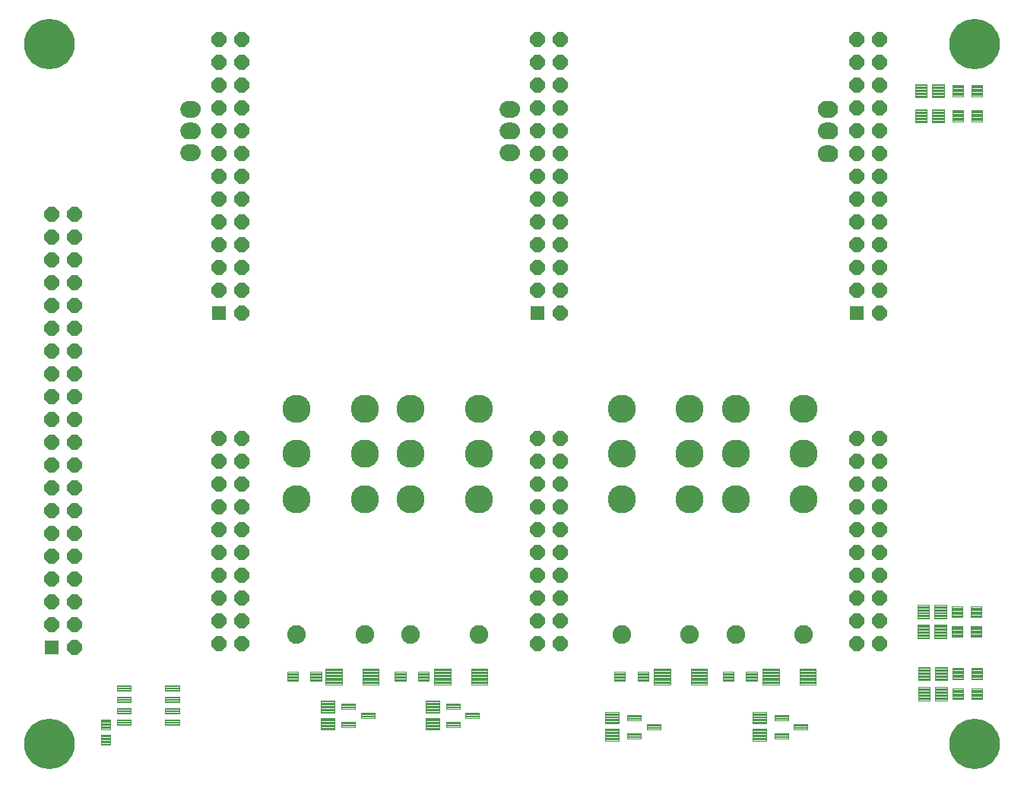
<source format=gts>
G75*
%MOIN*%
%OFA0B0*%
%FSLAX25Y25*%
%IPPOS*%
%LPD*%
%AMOC8*
5,1,8,0,0,1.08239X$1,22.5*
%
%ADD10C,0.12311*%
%ADD11C,0.08177*%
%ADD12C,0.00444*%
%ADD13C,0.00432*%
%ADD14C,0.00486*%
%ADD15C,0.00449*%
%ADD16C,0.00418*%
%ADD17OC8,0.06406*%
%ADD18R,0.06406X0.06406*%
%ADD19C,0.00100*%
%ADD20C,0.00487*%
%ADD21C,0.22154*%
D10*
X0175902Y0143933D03*
X0175902Y0163776D03*
X0175902Y0183618D03*
X0205665Y0183618D03*
X0225902Y0183618D03*
X0225902Y0163776D03*
X0225902Y0143933D03*
X0205665Y0143933D03*
X0205665Y0163776D03*
X0255665Y0163776D03*
X0255665Y0143933D03*
X0255665Y0183618D03*
X0318421Y0183618D03*
X0318421Y0163776D03*
X0318421Y0143933D03*
X0348185Y0143933D03*
X0348185Y0163776D03*
X0368421Y0163776D03*
X0368421Y0143933D03*
X0398185Y0143933D03*
X0398185Y0163776D03*
X0398185Y0183618D03*
X0368421Y0183618D03*
X0348185Y0183618D03*
D11*
X0348185Y0084406D03*
X0368421Y0084406D03*
X0398185Y0084406D03*
X0318421Y0084406D03*
X0255665Y0084406D03*
X0225902Y0084406D03*
X0205665Y0084406D03*
X0175902Y0084406D03*
D12*
X0176418Y0064032D02*
X0171638Y0064032D01*
X0171638Y0068024D01*
X0176418Y0068024D01*
X0176418Y0064032D01*
X0176418Y0064475D02*
X0171638Y0064475D01*
X0171638Y0064918D02*
X0176418Y0064918D01*
X0176418Y0065361D02*
X0171638Y0065361D01*
X0171638Y0065804D02*
X0176418Y0065804D01*
X0176418Y0066247D02*
X0171638Y0066247D01*
X0171638Y0066690D02*
X0176418Y0066690D01*
X0176418Y0067133D02*
X0171638Y0067133D01*
X0171638Y0067576D02*
X0176418Y0067576D01*
X0176418Y0068019D02*
X0171638Y0068019D01*
X0181874Y0064032D02*
X0186654Y0064032D01*
X0181874Y0064032D02*
X0181874Y0068024D01*
X0186654Y0068024D01*
X0186654Y0064032D01*
X0186654Y0064475D02*
X0181874Y0064475D01*
X0181874Y0064918D02*
X0186654Y0064918D01*
X0186654Y0065361D02*
X0181874Y0065361D01*
X0181874Y0065804D02*
X0186654Y0065804D01*
X0186654Y0066247D02*
X0181874Y0066247D01*
X0181874Y0066690D02*
X0186654Y0066690D01*
X0186654Y0067133D02*
X0181874Y0067133D01*
X0181874Y0067576D02*
X0186654Y0067576D01*
X0186654Y0068019D02*
X0181874Y0068019D01*
X0218888Y0064032D02*
X0223668Y0064032D01*
X0218888Y0064032D02*
X0218888Y0068024D01*
X0223668Y0068024D01*
X0223668Y0064032D01*
X0223668Y0064475D02*
X0218888Y0064475D01*
X0218888Y0064918D02*
X0223668Y0064918D01*
X0223668Y0065361D02*
X0218888Y0065361D01*
X0218888Y0065804D02*
X0223668Y0065804D01*
X0223668Y0066247D02*
X0218888Y0066247D01*
X0218888Y0066690D02*
X0223668Y0066690D01*
X0223668Y0067133D02*
X0218888Y0067133D01*
X0218888Y0067576D02*
X0223668Y0067576D01*
X0223668Y0068019D02*
X0218888Y0068019D01*
X0229124Y0064032D02*
X0233904Y0064032D01*
X0229124Y0064032D02*
X0229124Y0068024D01*
X0233904Y0068024D01*
X0233904Y0064032D01*
X0233904Y0064475D02*
X0229124Y0064475D01*
X0229124Y0064918D02*
X0233904Y0064918D01*
X0233904Y0065361D02*
X0229124Y0065361D01*
X0229124Y0065804D02*
X0233904Y0065804D01*
X0233904Y0066247D02*
X0229124Y0066247D01*
X0229124Y0066690D02*
X0233904Y0066690D01*
X0233904Y0067133D02*
X0229124Y0067133D01*
X0229124Y0067576D02*
X0233904Y0067576D01*
X0233904Y0068019D02*
X0229124Y0068019D01*
X0315138Y0064032D02*
X0319918Y0064032D01*
X0315138Y0064032D02*
X0315138Y0068024D01*
X0319918Y0068024D01*
X0319918Y0064032D01*
X0319918Y0064475D02*
X0315138Y0064475D01*
X0315138Y0064918D02*
X0319918Y0064918D01*
X0319918Y0065361D02*
X0315138Y0065361D01*
X0315138Y0065804D02*
X0319918Y0065804D01*
X0319918Y0066247D02*
X0315138Y0066247D01*
X0315138Y0066690D02*
X0319918Y0066690D01*
X0319918Y0067133D02*
X0315138Y0067133D01*
X0315138Y0067576D02*
X0319918Y0067576D01*
X0319918Y0068019D02*
X0315138Y0068019D01*
X0325374Y0064032D02*
X0330154Y0064032D01*
X0325374Y0064032D02*
X0325374Y0068024D01*
X0330154Y0068024D01*
X0330154Y0064032D01*
X0330154Y0064475D02*
X0325374Y0064475D01*
X0325374Y0064918D02*
X0330154Y0064918D01*
X0330154Y0065361D02*
X0325374Y0065361D01*
X0325374Y0065804D02*
X0330154Y0065804D01*
X0330154Y0066247D02*
X0325374Y0066247D01*
X0325374Y0066690D02*
X0330154Y0066690D01*
X0330154Y0067133D02*
X0325374Y0067133D01*
X0325374Y0067576D02*
X0330154Y0067576D01*
X0330154Y0068019D02*
X0325374Y0068019D01*
X0362638Y0064032D02*
X0367418Y0064032D01*
X0362638Y0064032D02*
X0362638Y0068024D01*
X0367418Y0068024D01*
X0367418Y0064032D01*
X0367418Y0064475D02*
X0362638Y0064475D01*
X0362638Y0064918D02*
X0367418Y0064918D01*
X0367418Y0065361D02*
X0362638Y0065361D01*
X0362638Y0065804D02*
X0367418Y0065804D01*
X0367418Y0066247D02*
X0362638Y0066247D01*
X0362638Y0066690D02*
X0367418Y0066690D01*
X0367418Y0067133D02*
X0362638Y0067133D01*
X0362638Y0067576D02*
X0367418Y0067576D01*
X0367418Y0068019D02*
X0362638Y0068019D01*
X0372874Y0064032D02*
X0377654Y0064032D01*
X0372874Y0064032D02*
X0372874Y0068024D01*
X0377654Y0068024D01*
X0377654Y0064032D01*
X0377654Y0064475D02*
X0372874Y0064475D01*
X0372874Y0064918D02*
X0377654Y0064918D01*
X0377654Y0065361D02*
X0372874Y0065361D01*
X0372874Y0065804D02*
X0377654Y0065804D01*
X0377654Y0066247D02*
X0372874Y0066247D01*
X0372874Y0066690D02*
X0377654Y0066690D01*
X0377654Y0067133D02*
X0372874Y0067133D01*
X0372874Y0067576D02*
X0377654Y0067576D01*
X0377654Y0068019D02*
X0372874Y0068019D01*
X0090150Y0047317D02*
X0090150Y0042931D01*
X0090150Y0047317D02*
X0094142Y0047317D01*
X0094142Y0042931D01*
X0090150Y0042931D01*
X0090150Y0043374D02*
X0094142Y0043374D01*
X0094142Y0043817D02*
X0090150Y0043817D01*
X0090150Y0044260D02*
X0094142Y0044260D01*
X0094142Y0044703D02*
X0090150Y0044703D01*
X0090150Y0045146D02*
X0094142Y0045146D01*
X0094142Y0045589D02*
X0090150Y0045589D01*
X0090150Y0046032D02*
X0094142Y0046032D01*
X0094142Y0046475D02*
X0090150Y0046475D01*
X0090150Y0046918D02*
X0094142Y0046918D01*
X0090150Y0040624D02*
X0090150Y0036238D01*
X0090150Y0040624D02*
X0094142Y0040624D01*
X0094142Y0036238D01*
X0090150Y0036238D01*
X0090150Y0036681D02*
X0094142Y0036681D01*
X0094142Y0037124D02*
X0090150Y0037124D01*
X0090150Y0037567D02*
X0094142Y0037567D01*
X0094142Y0038010D02*
X0090150Y0038010D01*
X0090150Y0038453D02*
X0094142Y0038453D01*
X0094142Y0038896D02*
X0090150Y0038896D01*
X0090150Y0039339D02*
X0094142Y0039339D01*
X0094142Y0039782D02*
X0090150Y0039782D01*
X0090150Y0040225D02*
X0094142Y0040225D01*
D13*
X0188498Y0069408D02*
X0195652Y0069408D01*
X0195652Y0062648D01*
X0188498Y0062648D01*
X0188498Y0069408D01*
X0188498Y0063079D02*
X0195652Y0063079D01*
X0195652Y0063510D02*
X0188498Y0063510D01*
X0188498Y0063941D02*
X0195652Y0063941D01*
X0195652Y0064372D02*
X0188498Y0064372D01*
X0188498Y0064803D02*
X0195652Y0064803D01*
X0195652Y0065234D02*
X0188498Y0065234D01*
X0188498Y0065665D02*
X0195652Y0065665D01*
X0195652Y0066096D02*
X0188498Y0066096D01*
X0188498Y0066527D02*
X0195652Y0066527D01*
X0195652Y0066958D02*
X0188498Y0066958D01*
X0188498Y0067389D02*
X0195652Y0067389D01*
X0195652Y0067820D02*
X0188498Y0067820D01*
X0188498Y0068251D02*
X0195652Y0068251D01*
X0195652Y0068682D02*
X0188498Y0068682D01*
X0188498Y0069113D02*
X0195652Y0069113D01*
X0204640Y0069408D02*
X0211794Y0069408D01*
X0211794Y0062648D01*
X0204640Y0062648D01*
X0204640Y0069408D01*
X0204640Y0063079D02*
X0211794Y0063079D01*
X0211794Y0063510D02*
X0204640Y0063510D01*
X0204640Y0063941D02*
X0211794Y0063941D01*
X0211794Y0064372D02*
X0204640Y0064372D01*
X0204640Y0064803D02*
X0211794Y0064803D01*
X0211794Y0065234D02*
X0204640Y0065234D01*
X0204640Y0065665D02*
X0211794Y0065665D01*
X0211794Y0066096D02*
X0204640Y0066096D01*
X0204640Y0066527D02*
X0211794Y0066527D01*
X0211794Y0066958D02*
X0204640Y0066958D01*
X0204640Y0067389D02*
X0211794Y0067389D01*
X0211794Y0067820D02*
X0204640Y0067820D01*
X0204640Y0068251D02*
X0211794Y0068251D01*
X0211794Y0068682D02*
X0204640Y0068682D01*
X0204640Y0069113D02*
X0211794Y0069113D01*
X0236248Y0069408D02*
X0243402Y0069408D01*
X0243402Y0062648D01*
X0236248Y0062648D01*
X0236248Y0069408D01*
X0236248Y0063079D02*
X0243402Y0063079D01*
X0243402Y0063510D02*
X0236248Y0063510D01*
X0236248Y0063941D02*
X0243402Y0063941D01*
X0243402Y0064372D02*
X0236248Y0064372D01*
X0236248Y0064803D02*
X0243402Y0064803D01*
X0243402Y0065234D02*
X0236248Y0065234D01*
X0236248Y0065665D02*
X0243402Y0065665D01*
X0243402Y0066096D02*
X0236248Y0066096D01*
X0236248Y0066527D02*
X0243402Y0066527D01*
X0243402Y0066958D02*
X0236248Y0066958D01*
X0236248Y0067389D02*
X0243402Y0067389D01*
X0243402Y0067820D02*
X0236248Y0067820D01*
X0236248Y0068251D02*
X0243402Y0068251D01*
X0243402Y0068682D02*
X0236248Y0068682D01*
X0236248Y0069113D02*
X0243402Y0069113D01*
X0252390Y0069408D02*
X0259544Y0069408D01*
X0259544Y0062648D01*
X0252390Y0062648D01*
X0252390Y0069408D01*
X0252390Y0063079D02*
X0259544Y0063079D01*
X0259544Y0063510D02*
X0252390Y0063510D01*
X0252390Y0063941D02*
X0259544Y0063941D01*
X0259544Y0064372D02*
X0252390Y0064372D01*
X0252390Y0064803D02*
X0259544Y0064803D01*
X0259544Y0065234D02*
X0252390Y0065234D01*
X0252390Y0065665D02*
X0259544Y0065665D01*
X0259544Y0066096D02*
X0252390Y0066096D01*
X0252390Y0066527D02*
X0259544Y0066527D01*
X0259544Y0066958D02*
X0252390Y0066958D01*
X0252390Y0067389D02*
X0259544Y0067389D01*
X0259544Y0067820D02*
X0252390Y0067820D01*
X0252390Y0068251D02*
X0259544Y0068251D01*
X0259544Y0068682D02*
X0252390Y0068682D01*
X0252390Y0069113D02*
X0259544Y0069113D01*
X0332498Y0069408D02*
X0339652Y0069408D01*
X0339652Y0062648D01*
X0332498Y0062648D01*
X0332498Y0069408D01*
X0332498Y0063079D02*
X0339652Y0063079D01*
X0339652Y0063510D02*
X0332498Y0063510D01*
X0332498Y0063941D02*
X0339652Y0063941D01*
X0339652Y0064372D02*
X0332498Y0064372D01*
X0332498Y0064803D02*
X0339652Y0064803D01*
X0339652Y0065234D02*
X0332498Y0065234D01*
X0332498Y0065665D02*
X0339652Y0065665D01*
X0339652Y0066096D02*
X0332498Y0066096D01*
X0332498Y0066527D02*
X0339652Y0066527D01*
X0339652Y0066958D02*
X0332498Y0066958D01*
X0332498Y0067389D02*
X0339652Y0067389D01*
X0339652Y0067820D02*
X0332498Y0067820D01*
X0332498Y0068251D02*
X0339652Y0068251D01*
X0339652Y0068682D02*
X0332498Y0068682D01*
X0332498Y0069113D02*
X0339652Y0069113D01*
X0348640Y0069408D02*
X0355794Y0069408D01*
X0355794Y0062648D01*
X0348640Y0062648D01*
X0348640Y0069408D01*
X0348640Y0063079D02*
X0355794Y0063079D01*
X0355794Y0063510D02*
X0348640Y0063510D01*
X0348640Y0063941D02*
X0355794Y0063941D01*
X0355794Y0064372D02*
X0348640Y0064372D01*
X0348640Y0064803D02*
X0355794Y0064803D01*
X0355794Y0065234D02*
X0348640Y0065234D01*
X0348640Y0065665D02*
X0355794Y0065665D01*
X0355794Y0066096D02*
X0348640Y0066096D01*
X0348640Y0066527D02*
X0355794Y0066527D01*
X0355794Y0066958D02*
X0348640Y0066958D01*
X0348640Y0067389D02*
X0355794Y0067389D01*
X0355794Y0067820D02*
X0348640Y0067820D01*
X0348640Y0068251D02*
X0355794Y0068251D01*
X0355794Y0068682D02*
X0348640Y0068682D01*
X0348640Y0069113D02*
X0355794Y0069113D01*
X0380248Y0069408D02*
X0387402Y0069408D01*
X0387402Y0062648D01*
X0380248Y0062648D01*
X0380248Y0069408D01*
X0380248Y0063079D02*
X0387402Y0063079D01*
X0387402Y0063510D02*
X0380248Y0063510D01*
X0380248Y0063941D02*
X0387402Y0063941D01*
X0387402Y0064372D02*
X0380248Y0064372D01*
X0380248Y0064803D02*
X0387402Y0064803D01*
X0387402Y0065234D02*
X0380248Y0065234D01*
X0380248Y0065665D02*
X0387402Y0065665D01*
X0387402Y0066096D02*
X0380248Y0066096D01*
X0380248Y0066527D02*
X0387402Y0066527D01*
X0387402Y0066958D02*
X0380248Y0066958D01*
X0380248Y0067389D02*
X0387402Y0067389D01*
X0387402Y0067820D02*
X0380248Y0067820D01*
X0380248Y0068251D02*
X0387402Y0068251D01*
X0387402Y0068682D02*
X0380248Y0068682D01*
X0380248Y0069113D02*
X0387402Y0069113D01*
X0396390Y0069408D02*
X0403544Y0069408D01*
X0403544Y0062648D01*
X0396390Y0062648D01*
X0396390Y0069408D01*
X0396390Y0063079D02*
X0403544Y0063079D01*
X0403544Y0063510D02*
X0396390Y0063510D01*
X0396390Y0063941D02*
X0403544Y0063941D01*
X0403544Y0064372D02*
X0396390Y0064372D01*
X0396390Y0064803D02*
X0403544Y0064803D01*
X0403544Y0065234D02*
X0396390Y0065234D01*
X0396390Y0065665D02*
X0403544Y0065665D01*
X0403544Y0066096D02*
X0396390Y0066096D01*
X0396390Y0066527D02*
X0403544Y0066527D01*
X0403544Y0066958D02*
X0396390Y0066958D01*
X0396390Y0067389D02*
X0403544Y0067389D01*
X0403544Y0067820D02*
X0396390Y0067820D01*
X0396390Y0068251D02*
X0403544Y0068251D01*
X0403544Y0068682D02*
X0396390Y0068682D01*
X0396390Y0069113D02*
X0403544Y0069113D01*
D14*
X0391403Y0046921D02*
X0385389Y0046921D01*
X0385389Y0049135D01*
X0391403Y0049135D01*
X0391403Y0046921D01*
X0391403Y0047406D02*
X0385389Y0047406D01*
X0385389Y0047891D02*
X0391403Y0047891D01*
X0391403Y0048376D02*
X0385389Y0048376D01*
X0385389Y0048861D02*
X0391403Y0048861D01*
X0393889Y0042921D02*
X0399903Y0042921D01*
X0393889Y0042921D02*
X0393889Y0045135D01*
X0399903Y0045135D01*
X0399903Y0042921D01*
X0399903Y0043406D02*
X0393889Y0043406D01*
X0393889Y0043891D02*
X0399903Y0043891D01*
X0399903Y0044376D02*
X0393889Y0044376D01*
X0393889Y0044861D02*
X0399903Y0044861D01*
X0391403Y0038921D02*
X0385389Y0038921D01*
X0385389Y0041135D01*
X0391403Y0041135D01*
X0391403Y0038921D01*
X0391403Y0039406D02*
X0385389Y0039406D01*
X0385389Y0039891D02*
X0391403Y0039891D01*
X0391403Y0040376D02*
X0385389Y0040376D01*
X0385389Y0040861D02*
X0391403Y0040861D01*
X0335403Y0042921D02*
X0329389Y0042921D01*
X0329389Y0045135D01*
X0335403Y0045135D01*
X0335403Y0042921D01*
X0335403Y0043406D02*
X0329389Y0043406D01*
X0329389Y0043891D02*
X0335403Y0043891D01*
X0335403Y0044376D02*
X0329389Y0044376D01*
X0329389Y0044861D02*
X0335403Y0044861D01*
X0326903Y0046921D02*
X0320889Y0046921D01*
X0320889Y0049135D01*
X0326903Y0049135D01*
X0326903Y0046921D01*
X0326903Y0047406D02*
X0320889Y0047406D01*
X0320889Y0047891D02*
X0326903Y0047891D01*
X0326903Y0048376D02*
X0320889Y0048376D01*
X0320889Y0048861D02*
X0326903Y0048861D01*
X0326903Y0038921D02*
X0320889Y0038921D01*
X0320889Y0041135D01*
X0326903Y0041135D01*
X0326903Y0038921D01*
X0326903Y0039406D02*
X0320889Y0039406D01*
X0320889Y0039891D02*
X0326903Y0039891D01*
X0326903Y0040376D02*
X0320889Y0040376D01*
X0320889Y0040861D02*
X0326903Y0040861D01*
X0255853Y0047921D02*
X0249839Y0047921D01*
X0249839Y0050135D01*
X0255853Y0050135D01*
X0255853Y0047921D01*
X0255853Y0048406D02*
X0249839Y0048406D01*
X0249839Y0048891D02*
X0255853Y0048891D01*
X0255853Y0049376D02*
X0249839Y0049376D01*
X0249839Y0049861D02*
X0255853Y0049861D01*
X0247353Y0051921D02*
X0241339Y0051921D01*
X0241339Y0054135D01*
X0247353Y0054135D01*
X0247353Y0051921D01*
X0247353Y0052406D02*
X0241339Y0052406D01*
X0241339Y0052891D02*
X0247353Y0052891D01*
X0247353Y0053376D02*
X0241339Y0053376D01*
X0241339Y0053861D02*
X0247353Y0053861D01*
X0247353Y0043921D02*
X0241339Y0043921D01*
X0241339Y0046135D01*
X0247353Y0046135D01*
X0247353Y0043921D01*
X0247353Y0044406D02*
X0241339Y0044406D01*
X0241339Y0044891D02*
X0247353Y0044891D01*
X0247353Y0045376D02*
X0241339Y0045376D01*
X0241339Y0045861D02*
X0247353Y0045861D01*
X0210103Y0047921D02*
X0204089Y0047921D01*
X0204089Y0050135D01*
X0210103Y0050135D01*
X0210103Y0047921D01*
X0210103Y0048406D02*
X0204089Y0048406D01*
X0204089Y0048891D02*
X0210103Y0048891D01*
X0210103Y0049376D02*
X0204089Y0049376D01*
X0204089Y0049861D02*
X0210103Y0049861D01*
X0201603Y0051921D02*
X0195589Y0051921D01*
X0195589Y0054135D01*
X0201603Y0054135D01*
X0201603Y0051921D01*
X0201603Y0052406D02*
X0195589Y0052406D01*
X0195589Y0052891D02*
X0201603Y0052891D01*
X0201603Y0053376D02*
X0195589Y0053376D01*
X0195589Y0053861D02*
X0201603Y0053861D01*
X0201603Y0043921D02*
X0195589Y0043921D01*
X0195589Y0046135D01*
X0201603Y0046135D01*
X0201603Y0043921D01*
X0201603Y0044406D02*
X0195589Y0044406D01*
X0195589Y0044891D02*
X0201603Y0044891D01*
X0201603Y0045376D02*
X0195589Y0045376D01*
X0195589Y0045861D02*
X0201603Y0045861D01*
D15*
X0192325Y0047872D02*
X0192325Y0042702D01*
X0186367Y0042702D01*
X0186367Y0047872D01*
X0192325Y0047872D01*
X0192325Y0043150D02*
X0186367Y0043150D01*
X0186367Y0043598D02*
X0192325Y0043598D01*
X0192325Y0044046D02*
X0186367Y0044046D01*
X0186367Y0044494D02*
X0192325Y0044494D01*
X0192325Y0044942D02*
X0186367Y0044942D01*
X0186367Y0045390D02*
X0192325Y0045390D01*
X0192325Y0045838D02*
X0186367Y0045838D01*
X0186367Y0046286D02*
X0192325Y0046286D01*
X0192325Y0046734D02*
X0186367Y0046734D01*
X0186367Y0047182D02*
X0192325Y0047182D01*
X0192325Y0047630D02*
X0186367Y0047630D01*
X0192325Y0050183D02*
X0192325Y0055353D01*
X0192325Y0050183D02*
X0186367Y0050183D01*
X0186367Y0055353D01*
X0192325Y0055353D01*
X0192325Y0050631D02*
X0186367Y0050631D01*
X0186367Y0051079D02*
X0192325Y0051079D01*
X0192325Y0051527D02*
X0186367Y0051527D01*
X0186367Y0051975D02*
X0192325Y0051975D01*
X0192325Y0052423D02*
X0186367Y0052423D01*
X0186367Y0052871D02*
X0192325Y0052871D01*
X0192325Y0053319D02*
X0186367Y0053319D01*
X0186367Y0053767D02*
X0192325Y0053767D01*
X0192325Y0054215D02*
X0186367Y0054215D01*
X0186367Y0054663D02*
X0192325Y0054663D01*
X0192325Y0055111D02*
X0186367Y0055111D01*
X0238325Y0055353D02*
X0238325Y0050183D01*
X0232367Y0050183D01*
X0232367Y0055353D01*
X0238325Y0055353D01*
X0238325Y0050631D02*
X0232367Y0050631D01*
X0232367Y0051079D02*
X0238325Y0051079D01*
X0238325Y0051527D02*
X0232367Y0051527D01*
X0232367Y0051975D02*
X0238325Y0051975D01*
X0238325Y0052423D02*
X0232367Y0052423D01*
X0232367Y0052871D02*
X0238325Y0052871D01*
X0238325Y0053319D02*
X0232367Y0053319D01*
X0232367Y0053767D02*
X0238325Y0053767D01*
X0238325Y0054215D02*
X0232367Y0054215D01*
X0232367Y0054663D02*
X0238325Y0054663D01*
X0238325Y0055111D02*
X0232367Y0055111D01*
X0238325Y0047872D02*
X0238325Y0042702D01*
X0232367Y0042702D01*
X0232367Y0047872D01*
X0238325Y0047872D01*
X0238325Y0043150D02*
X0232367Y0043150D01*
X0232367Y0043598D02*
X0238325Y0043598D01*
X0238325Y0044046D02*
X0232367Y0044046D01*
X0232367Y0044494D02*
X0238325Y0044494D01*
X0238325Y0044942D02*
X0232367Y0044942D01*
X0232367Y0045390D02*
X0238325Y0045390D01*
X0238325Y0045838D02*
X0232367Y0045838D01*
X0232367Y0046286D02*
X0238325Y0046286D01*
X0238325Y0046734D02*
X0232367Y0046734D01*
X0232367Y0047182D02*
X0238325Y0047182D01*
X0238325Y0047630D02*
X0232367Y0047630D01*
X0317125Y0045433D02*
X0317125Y0050603D01*
X0317125Y0045433D02*
X0311167Y0045433D01*
X0311167Y0050603D01*
X0317125Y0050603D01*
X0317125Y0045881D02*
X0311167Y0045881D01*
X0311167Y0046329D02*
X0317125Y0046329D01*
X0317125Y0046777D02*
X0311167Y0046777D01*
X0311167Y0047225D02*
X0317125Y0047225D01*
X0317125Y0047673D02*
X0311167Y0047673D01*
X0311167Y0048121D02*
X0317125Y0048121D01*
X0317125Y0048569D02*
X0311167Y0048569D01*
X0311167Y0049017D02*
X0317125Y0049017D01*
X0317125Y0049465D02*
X0311167Y0049465D01*
X0311167Y0049913D02*
X0317125Y0049913D01*
X0317125Y0050361D02*
X0311167Y0050361D01*
X0317125Y0043122D02*
X0317125Y0037952D01*
X0311167Y0037952D01*
X0311167Y0043122D01*
X0317125Y0043122D01*
X0317125Y0038400D02*
X0311167Y0038400D01*
X0311167Y0038848D02*
X0317125Y0038848D01*
X0317125Y0039296D02*
X0311167Y0039296D01*
X0311167Y0039744D02*
X0317125Y0039744D01*
X0317125Y0040192D02*
X0311167Y0040192D01*
X0311167Y0040640D02*
X0317125Y0040640D01*
X0317125Y0041088D02*
X0311167Y0041088D01*
X0311167Y0041536D02*
X0317125Y0041536D01*
X0317125Y0041984D02*
X0311167Y0041984D01*
X0311167Y0042432D02*
X0317125Y0042432D01*
X0317125Y0042880D02*
X0311167Y0042880D01*
X0381875Y0043122D02*
X0381875Y0037952D01*
X0375917Y0037952D01*
X0375917Y0043122D01*
X0381875Y0043122D01*
X0381875Y0038400D02*
X0375917Y0038400D01*
X0375917Y0038848D02*
X0381875Y0038848D01*
X0381875Y0039296D02*
X0375917Y0039296D01*
X0375917Y0039744D02*
X0381875Y0039744D01*
X0381875Y0040192D02*
X0375917Y0040192D01*
X0375917Y0040640D02*
X0381875Y0040640D01*
X0381875Y0041088D02*
X0375917Y0041088D01*
X0375917Y0041536D02*
X0381875Y0041536D01*
X0381875Y0041984D02*
X0375917Y0041984D01*
X0375917Y0042432D02*
X0381875Y0042432D01*
X0381875Y0042880D02*
X0375917Y0042880D01*
X0381875Y0045433D02*
X0381875Y0050603D01*
X0381875Y0045433D02*
X0375917Y0045433D01*
X0375917Y0050603D01*
X0381875Y0050603D01*
X0381875Y0045881D02*
X0375917Y0045881D01*
X0375917Y0046329D02*
X0381875Y0046329D01*
X0381875Y0046777D02*
X0375917Y0046777D01*
X0375917Y0047225D02*
X0381875Y0047225D01*
X0381875Y0047673D02*
X0375917Y0047673D01*
X0375917Y0048121D02*
X0381875Y0048121D01*
X0381875Y0048569D02*
X0375917Y0048569D01*
X0375917Y0049017D02*
X0381875Y0049017D01*
X0381875Y0049465D02*
X0375917Y0049465D01*
X0375917Y0049913D02*
X0381875Y0049913D01*
X0381875Y0050361D02*
X0375917Y0050361D01*
X0448371Y0061557D02*
X0453541Y0061557D01*
X0453541Y0055599D01*
X0448371Y0055599D01*
X0448371Y0061557D01*
X0448371Y0056047D02*
X0453541Y0056047D01*
X0453541Y0056495D02*
X0448371Y0056495D01*
X0448371Y0056943D02*
X0453541Y0056943D01*
X0453541Y0057391D02*
X0448371Y0057391D01*
X0448371Y0057839D02*
X0453541Y0057839D01*
X0453541Y0058287D02*
X0448371Y0058287D01*
X0448371Y0058735D02*
X0453541Y0058735D01*
X0453541Y0059183D02*
X0448371Y0059183D01*
X0448371Y0059631D02*
X0453541Y0059631D01*
X0453541Y0060079D02*
X0448371Y0060079D01*
X0448371Y0060527D02*
X0453541Y0060527D01*
X0453541Y0060975D02*
X0448371Y0060975D01*
X0448371Y0061423D02*
X0453541Y0061423D01*
X0455851Y0061557D02*
X0461021Y0061557D01*
X0461021Y0055599D01*
X0455851Y0055599D01*
X0455851Y0061557D01*
X0455851Y0056047D02*
X0461021Y0056047D01*
X0461021Y0056495D02*
X0455851Y0056495D01*
X0455851Y0056943D02*
X0461021Y0056943D01*
X0461021Y0057391D02*
X0455851Y0057391D01*
X0455851Y0057839D02*
X0461021Y0057839D01*
X0461021Y0058287D02*
X0455851Y0058287D01*
X0455851Y0058735D02*
X0461021Y0058735D01*
X0461021Y0059183D02*
X0455851Y0059183D01*
X0455851Y0059631D02*
X0461021Y0059631D01*
X0461021Y0060079D02*
X0455851Y0060079D01*
X0455851Y0060527D02*
X0461021Y0060527D01*
X0461021Y0060975D02*
X0455851Y0060975D01*
X0455851Y0061423D02*
X0461021Y0061423D01*
X0461021Y0070307D02*
X0455851Y0070307D01*
X0461021Y0070307D02*
X0461021Y0064349D01*
X0455851Y0064349D01*
X0455851Y0070307D01*
X0455851Y0064797D02*
X0461021Y0064797D01*
X0461021Y0065245D02*
X0455851Y0065245D01*
X0455851Y0065693D02*
X0461021Y0065693D01*
X0461021Y0066141D02*
X0455851Y0066141D01*
X0455851Y0066589D02*
X0461021Y0066589D01*
X0461021Y0067037D02*
X0455851Y0067037D01*
X0455851Y0067485D02*
X0461021Y0067485D01*
X0461021Y0067933D02*
X0455851Y0067933D01*
X0455851Y0068381D02*
X0461021Y0068381D01*
X0461021Y0068829D02*
X0455851Y0068829D01*
X0455851Y0069277D02*
X0461021Y0069277D01*
X0461021Y0069725D02*
X0455851Y0069725D01*
X0455851Y0070173D02*
X0461021Y0070173D01*
X0453541Y0070307D02*
X0448371Y0070307D01*
X0453541Y0070307D02*
X0453541Y0064349D01*
X0448371Y0064349D01*
X0448371Y0070307D01*
X0448371Y0064797D02*
X0453541Y0064797D01*
X0453541Y0065245D02*
X0448371Y0065245D01*
X0448371Y0065693D02*
X0453541Y0065693D01*
X0453541Y0066141D02*
X0448371Y0066141D01*
X0448371Y0066589D02*
X0453541Y0066589D01*
X0453541Y0067037D02*
X0448371Y0067037D01*
X0448371Y0067485D02*
X0453541Y0067485D01*
X0453541Y0067933D02*
X0448371Y0067933D01*
X0448371Y0068381D02*
X0453541Y0068381D01*
X0453541Y0068829D02*
X0448371Y0068829D01*
X0448371Y0069277D02*
X0453541Y0069277D01*
X0453541Y0069725D02*
X0448371Y0069725D01*
X0448371Y0070173D02*
X0453541Y0070173D01*
X0453241Y0088757D02*
X0448071Y0088757D01*
X0453241Y0088757D02*
X0453241Y0082799D01*
X0448071Y0082799D01*
X0448071Y0088757D01*
X0448071Y0083247D02*
X0453241Y0083247D01*
X0453241Y0083695D02*
X0448071Y0083695D01*
X0448071Y0084143D02*
X0453241Y0084143D01*
X0453241Y0084591D02*
X0448071Y0084591D01*
X0448071Y0085039D02*
X0453241Y0085039D01*
X0453241Y0085487D02*
X0448071Y0085487D01*
X0448071Y0085935D02*
X0453241Y0085935D01*
X0453241Y0086383D02*
X0448071Y0086383D01*
X0448071Y0086831D02*
X0453241Y0086831D01*
X0453241Y0087279D02*
X0448071Y0087279D01*
X0448071Y0087727D02*
X0453241Y0087727D01*
X0453241Y0088175D02*
X0448071Y0088175D01*
X0448071Y0088623D02*
X0453241Y0088623D01*
X0455551Y0088757D02*
X0460721Y0088757D01*
X0460721Y0082799D01*
X0455551Y0082799D01*
X0455551Y0088757D01*
X0455551Y0083247D02*
X0460721Y0083247D01*
X0460721Y0083695D02*
X0455551Y0083695D01*
X0455551Y0084143D02*
X0460721Y0084143D01*
X0460721Y0084591D02*
X0455551Y0084591D01*
X0455551Y0085039D02*
X0460721Y0085039D01*
X0460721Y0085487D02*
X0455551Y0085487D01*
X0455551Y0085935D02*
X0460721Y0085935D01*
X0460721Y0086383D02*
X0455551Y0086383D01*
X0455551Y0086831D02*
X0460721Y0086831D01*
X0460721Y0087279D02*
X0455551Y0087279D01*
X0455551Y0087727D02*
X0460721Y0087727D01*
X0460721Y0088175D02*
X0455551Y0088175D01*
X0455551Y0088623D02*
X0460721Y0088623D01*
X0460721Y0097507D02*
X0455551Y0097507D01*
X0460721Y0097507D02*
X0460721Y0091549D01*
X0455551Y0091549D01*
X0455551Y0097507D01*
X0455551Y0091997D02*
X0460721Y0091997D01*
X0460721Y0092445D02*
X0455551Y0092445D01*
X0455551Y0092893D02*
X0460721Y0092893D01*
X0460721Y0093341D02*
X0455551Y0093341D01*
X0455551Y0093789D02*
X0460721Y0093789D01*
X0460721Y0094237D02*
X0455551Y0094237D01*
X0455551Y0094685D02*
X0460721Y0094685D01*
X0460721Y0095133D02*
X0455551Y0095133D01*
X0455551Y0095581D02*
X0460721Y0095581D01*
X0460721Y0096029D02*
X0455551Y0096029D01*
X0455551Y0096477D02*
X0460721Y0096477D01*
X0460721Y0096925D02*
X0455551Y0096925D01*
X0455551Y0097373D02*
X0460721Y0097373D01*
X0453241Y0097507D02*
X0448071Y0097507D01*
X0453241Y0097507D02*
X0453241Y0091549D01*
X0448071Y0091549D01*
X0448071Y0097507D01*
X0448071Y0091997D02*
X0453241Y0091997D01*
X0453241Y0092445D02*
X0448071Y0092445D01*
X0448071Y0092893D02*
X0453241Y0092893D01*
X0453241Y0093341D02*
X0448071Y0093341D01*
X0448071Y0093789D02*
X0453241Y0093789D01*
X0453241Y0094237D02*
X0448071Y0094237D01*
X0448071Y0094685D02*
X0453241Y0094685D01*
X0453241Y0095133D02*
X0448071Y0095133D01*
X0448071Y0095581D02*
X0453241Y0095581D01*
X0453241Y0096029D02*
X0448071Y0096029D01*
X0448071Y0096477D02*
X0453241Y0096477D01*
X0453241Y0096925D02*
X0448071Y0096925D01*
X0448071Y0097373D02*
X0453241Y0097373D01*
X0452241Y0309049D02*
X0447071Y0309049D01*
X0447071Y0315007D01*
X0452241Y0315007D01*
X0452241Y0309049D01*
X0452241Y0309497D02*
X0447071Y0309497D01*
X0447071Y0309945D02*
X0452241Y0309945D01*
X0452241Y0310393D02*
X0447071Y0310393D01*
X0447071Y0310841D02*
X0452241Y0310841D01*
X0452241Y0311289D02*
X0447071Y0311289D01*
X0447071Y0311737D02*
X0452241Y0311737D01*
X0452241Y0312185D02*
X0447071Y0312185D01*
X0447071Y0312633D02*
X0452241Y0312633D01*
X0452241Y0313081D02*
X0447071Y0313081D01*
X0447071Y0313529D02*
X0452241Y0313529D01*
X0452241Y0313977D02*
X0447071Y0313977D01*
X0447071Y0314425D02*
X0452241Y0314425D01*
X0452241Y0314873D02*
X0447071Y0314873D01*
X0447071Y0320049D02*
X0452241Y0320049D01*
X0447071Y0320049D02*
X0447071Y0326007D01*
X0452241Y0326007D01*
X0452241Y0320049D01*
X0452241Y0320497D02*
X0447071Y0320497D01*
X0447071Y0320945D02*
X0452241Y0320945D01*
X0452241Y0321393D02*
X0447071Y0321393D01*
X0447071Y0321841D02*
X0452241Y0321841D01*
X0452241Y0322289D02*
X0447071Y0322289D01*
X0447071Y0322737D02*
X0452241Y0322737D01*
X0452241Y0323185D02*
X0447071Y0323185D01*
X0447071Y0323633D02*
X0452241Y0323633D01*
X0452241Y0324081D02*
X0447071Y0324081D01*
X0447071Y0324529D02*
X0452241Y0324529D01*
X0452241Y0324977D02*
X0447071Y0324977D01*
X0447071Y0325425D02*
X0452241Y0325425D01*
X0452241Y0325873D02*
X0447071Y0325873D01*
X0454551Y0320049D02*
X0459721Y0320049D01*
X0454551Y0320049D02*
X0454551Y0326007D01*
X0459721Y0326007D01*
X0459721Y0320049D01*
X0459721Y0320497D02*
X0454551Y0320497D01*
X0454551Y0320945D02*
X0459721Y0320945D01*
X0459721Y0321393D02*
X0454551Y0321393D01*
X0454551Y0321841D02*
X0459721Y0321841D01*
X0459721Y0322289D02*
X0454551Y0322289D01*
X0454551Y0322737D02*
X0459721Y0322737D01*
X0459721Y0323185D02*
X0454551Y0323185D01*
X0454551Y0323633D02*
X0459721Y0323633D01*
X0459721Y0324081D02*
X0454551Y0324081D01*
X0454551Y0324529D02*
X0459721Y0324529D01*
X0459721Y0324977D02*
X0454551Y0324977D01*
X0454551Y0325425D02*
X0459721Y0325425D01*
X0459721Y0325873D02*
X0454551Y0325873D01*
X0454551Y0309049D02*
X0459721Y0309049D01*
X0454551Y0309049D02*
X0454551Y0315007D01*
X0459721Y0315007D01*
X0459721Y0309049D01*
X0459721Y0309497D02*
X0454551Y0309497D01*
X0454551Y0309945D02*
X0459721Y0309945D01*
X0459721Y0310393D02*
X0454551Y0310393D01*
X0454551Y0310841D02*
X0459721Y0310841D01*
X0459721Y0311289D02*
X0454551Y0311289D01*
X0454551Y0311737D02*
X0459721Y0311737D01*
X0459721Y0312185D02*
X0454551Y0312185D01*
X0454551Y0312633D02*
X0459721Y0312633D01*
X0459721Y0313081D02*
X0454551Y0313081D01*
X0454551Y0313529D02*
X0459721Y0313529D01*
X0459721Y0313977D02*
X0454551Y0313977D01*
X0454551Y0314425D02*
X0459721Y0314425D01*
X0459721Y0314873D02*
X0454551Y0314873D01*
D16*
X0463359Y0314431D02*
X0463359Y0309625D01*
X0463359Y0314431D02*
X0468165Y0314431D01*
X0468165Y0309625D01*
X0463359Y0309625D01*
X0463359Y0310042D02*
X0468165Y0310042D01*
X0468165Y0310459D02*
X0463359Y0310459D01*
X0463359Y0310876D02*
X0468165Y0310876D01*
X0468165Y0311293D02*
X0463359Y0311293D01*
X0463359Y0311710D02*
X0468165Y0311710D01*
X0468165Y0312127D02*
X0463359Y0312127D01*
X0463359Y0312544D02*
X0468165Y0312544D01*
X0468165Y0312961D02*
X0463359Y0312961D01*
X0463359Y0313378D02*
X0468165Y0313378D01*
X0468165Y0313795D02*
X0463359Y0313795D01*
X0463359Y0314212D02*
X0468165Y0314212D01*
X0471627Y0314431D02*
X0471627Y0309625D01*
X0471627Y0314431D02*
X0476433Y0314431D01*
X0476433Y0309625D01*
X0471627Y0309625D01*
X0471627Y0310042D02*
X0476433Y0310042D01*
X0476433Y0310459D02*
X0471627Y0310459D01*
X0471627Y0310876D02*
X0476433Y0310876D01*
X0476433Y0311293D02*
X0471627Y0311293D01*
X0471627Y0311710D02*
X0476433Y0311710D01*
X0476433Y0312127D02*
X0471627Y0312127D01*
X0471627Y0312544D02*
X0476433Y0312544D01*
X0476433Y0312961D02*
X0471627Y0312961D01*
X0471627Y0313378D02*
X0476433Y0313378D01*
X0476433Y0313795D02*
X0471627Y0313795D01*
X0471627Y0314212D02*
X0476433Y0314212D01*
X0471627Y0320625D02*
X0471627Y0325431D01*
X0476433Y0325431D01*
X0476433Y0320625D01*
X0471627Y0320625D01*
X0471627Y0321042D02*
X0476433Y0321042D01*
X0476433Y0321459D02*
X0471627Y0321459D01*
X0471627Y0321876D02*
X0476433Y0321876D01*
X0476433Y0322293D02*
X0471627Y0322293D01*
X0471627Y0322710D02*
X0476433Y0322710D01*
X0476433Y0323127D02*
X0471627Y0323127D01*
X0471627Y0323544D02*
X0476433Y0323544D01*
X0476433Y0323961D02*
X0471627Y0323961D01*
X0471627Y0324378D02*
X0476433Y0324378D01*
X0476433Y0324795D02*
X0471627Y0324795D01*
X0471627Y0325212D02*
X0476433Y0325212D01*
X0463359Y0325431D02*
X0463359Y0320625D01*
X0463359Y0325431D02*
X0468165Y0325431D01*
X0468165Y0320625D01*
X0463359Y0320625D01*
X0463359Y0321042D02*
X0468165Y0321042D01*
X0468165Y0321459D02*
X0463359Y0321459D01*
X0463359Y0321876D02*
X0468165Y0321876D01*
X0468165Y0322293D02*
X0463359Y0322293D01*
X0463359Y0322710D02*
X0468165Y0322710D01*
X0468165Y0323127D02*
X0463359Y0323127D01*
X0463359Y0323544D02*
X0468165Y0323544D01*
X0468165Y0323961D02*
X0463359Y0323961D01*
X0463359Y0324378D02*
X0468165Y0324378D01*
X0468165Y0324795D02*
X0463359Y0324795D01*
X0463359Y0325212D02*
X0468165Y0325212D01*
X0467915Y0096931D02*
X0467915Y0092125D01*
X0463109Y0092125D01*
X0463109Y0096931D01*
X0467915Y0096931D01*
X0467915Y0092542D02*
X0463109Y0092542D01*
X0463109Y0092959D02*
X0467915Y0092959D01*
X0467915Y0093376D02*
X0463109Y0093376D01*
X0463109Y0093793D02*
X0467915Y0093793D01*
X0467915Y0094210D02*
X0463109Y0094210D01*
X0463109Y0094627D02*
X0467915Y0094627D01*
X0467915Y0095044D02*
X0463109Y0095044D01*
X0463109Y0095461D02*
X0467915Y0095461D01*
X0467915Y0095878D02*
X0463109Y0095878D01*
X0463109Y0096295D02*
X0467915Y0096295D01*
X0467915Y0096712D02*
X0463109Y0096712D01*
X0476183Y0096931D02*
X0476183Y0092125D01*
X0471377Y0092125D01*
X0471377Y0096931D01*
X0476183Y0096931D01*
X0476183Y0092542D02*
X0471377Y0092542D01*
X0471377Y0092959D02*
X0476183Y0092959D01*
X0476183Y0093376D02*
X0471377Y0093376D01*
X0471377Y0093793D02*
X0476183Y0093793D01*
X0476183Y0094210D02*
X0471377Y0094210D01*
X0471377Y0094627D02*
X0476183Y0094627D01*
X0476183Y0095044D02*
X0471377Y0095044D01*
X0471377Y0095461D02*
X0476183Y0095461D01*
X0476183Y0095878D02*
X0471377Y0095878D01*
X0471377Y0096295D02*
X0476183Y0096295D01*
X0476183Y0096712D02*
X0471377Y0096712D01*
X0476183Y0088181D02*
X0476183Y0083375D01*
X0471377Y0083375D01*
X0471377Y0088181D01*
X0476183Y0088181D01*
X0476183Y0083792D02*
X0471377Y0083792D01*
X0471377Y0084209D02*
X0476183Y0084209D01*
X0476183Y0084626D02*
X0471377Y0084626D01*
X0471377Y0085043D02*
X0476183Y0085043D01*
X0476183Y0085460D02*
X0471377Y0085460D01*
X0471377Y0085877D02*
X0476183Y0085877D01*
X0476183Y0086294D02*
X0471377Y0086294D01*
X0471377Y0086711D02*
X0476183Y0086711D01*
X0476183Y0087128D02*
X0471377Y0087128D01*
X0471377Y0087545D02*
X0476183Y0087545D01*
X0476183Y0087962D02*
X0471377Y0087962D01*
X0467915Y0088181D02*
X0467915Y0083375D01*
X0463109Y0083375D01*
X0463109Y0088181D01*
X0467915Y0088181D01*
X0467915Y0083792D02*
X0463109Y0083792D01*
X0463109Y0084209D02*
X0467915Y0084209D01*
X0467915Y0084626D02*
X0463109Y0084626D01*
X0463109Y0085043D02*
X0467915Y0085043D01*
X0467915Y0085460D02*
X0463109Y0085460D01*
X0463109Y0085877D02*
X0467915Y0085877D01*
X0467915Y0086294D02*
X0463109Y0086294D01*
X0463109Y0086711D02*
X0467915Y0086711D01*
X0467915Y0087128D02*
X0463109Y0087128D01*
X0463109Y0087545D02*
X0467915Y0087545D01*
X0467915Y0087962D02*
X0463109Y0087962D01*
X0468165Y0069731D02*
X0468165Y0064925D01*
X0463359Y0064925D01*
X0463359Y0069731D01*
X0468165Y0069731D01*
X0468165Y0065342D02*
X0463359Y0065342D01*
X0463359Y0065759D02*
X0468165Y0065759D01*
X0468165Y0066176D02*
X0463359Y0066176D01*
X0463359Y0066593D02*
X0468165Y0066593D01*
X0468165Y0067010D02*
X0463359Y0067010D01*
X0463359Y0067427D02*
X0468165Y0067427D01*
X0468165Y0067844D02*
X0463359Y0067844D01*
X0463359Y0068261D02*
X0468165Y0068261D01*
X0468165Y0068678D02*
X0463359Y0068678D01*
X0463359Y0069095D02*
X0468165Y0069095D01*
X0468165Y0069512D02*
X0463359Y0069512D01*
X0476433Y0069731D02*
X0476433Y0064925D01*
X0471627Y0064925D01*
X0471627Y0069731D01*
X0476433Y0069731D01*
X0476433Y0065342D02*
X0471627Y0065342D01*
X0471627Y0065759D02*
X0476433Y0065759D01*
X0476433Y0066176D02*
X0471627Y0066176D01*
X0471627Y0066593D02*
X0476433Y0066593D01*
X0476433Y0067010D02*
X0471627Y0067010D01*
X0471627Y0067427D02*
X0476433Y0067427D01*
X0476433Y0067844D02*
X0471627Y0067844D01*
X0471627Y0068261D02*
X0476433Y0068261D01*
X0476433Y0068678D02*
X0471627Y0068678D01*
X0471627Y0069095D02*
X0476433Y0069095D01*
X0476433Y0069512D02*
X0471627Y0069512D01*
X0476433Y0060981D02*
X0476433Y0056175D01*
X0471627Y0056175D01*
X0471627Y0060981D01*
X0476433Y0060981D01*
X0476433Y0056592D02*
X0471627Y0056592D01*
X0471627Y0057009D02*
X0476433Y0057009D01*
X0476433Y0057426D02*
X0471627Y0057426D01*
X0471627Y0057843D02*
X0476433Y0057843D01*
X0476433Y0058260D02*
X0471627Y0058260D01*
X0471627Y0058677D02*
X0476433Y0058677D01*
X0476433Y0059094D02*
X0471627Y0059094D01*
X0471627Y0059511D02*
X0476433Y0059511D01*
X0476433Y0059928D02*
X0471627Y0059928D01*
X0471627Y0060345D02*
X0476433Y0060345D01*
X0476433Y0060762D02*
X0471627Y0060762D01*
X0468165Y0060981D02*
X0468165Y0056175D01*
X0463359Y0056175D01*
X0463359Y0060981D01*
X0468165Y0060981D01*
X0468165Y0056592D02*
X0463359Y0056592D01*
X0463359Y0057009D02*
X0468165Y0057009D01*
X0468165Y0057426D02*
X0463359Y0057426D01*
X0463359Y0057843D02*
X0468165Y0057843D01*
X0468165Y0058260D02*
X0463359Y0058260D01*
X0463359Y0058677D02*
X0468165Y0058677D01*
X0468165Y0059094D02*
X0463359Y0059094D01*
X0463359Y0059511D02*
X0468165Y0059511D01*
X0468165Y0059928D02*
X0463359Y0059928D01*
X0463359Y0060345D02*
X0468165Y0060345D01*
X0468165Y0060762D02*
X0463359Y0060762D01*
D17*
X0431335Y0080350D03*
X0421335Y0080350D03*
X0421335Y0090350D03*
X0431335Y0090350D03*
X0431335Y0100350D03*
X0421335Y0100350D03*
X0421335Y0110350D03*
X0431335Y0110350D03*
X0431335Y0120350D03*
X0421335Y0120350D03*
X0421335Y0130350D03*
X0431335Y0130350D03*
X0431335Y0140350D03*
X0421335Y0140350D03*
X0421335Y0150350D03*
X0431335Y0150350D03*
X0431335Y0160350D03*
X0421335Y0160350D03*
X0421335Y0170350D03*
X0431335Y0170350D03*
X0431335Y0225547D03*
X0431335Y0235547D03*
X0421335Y0235547D03*
X0421335Y0245547D03*
X0431335Y0245547D03*
X0431335Y0255547D03*
X0431335Y0265547D03*
X0421335Y0265547D03*
X0421335Y0255547D03*
X0421335Y0275547D03*
X0431335Y0275547D03*
X0431335Y0285547D03*
X0431335Y0295547D03*
X0421335Y0295547D03*
X0421335Y0285547D03*
X0421335Y0305547D03*
X0431335Y0305547D03*
X0431335Y0315547D03*
X0421335Y0315547D03*
X0421335Y0325547D03*
X0431335Y0325547D03*
X0431335Y0335547D03*
X0421335Y0335547D03*
X0421335Y0345547D03*
X0431335Y0345547D03*
X0291571Y0345547D03*
X0281571Y0345547D03*
X0281571Y0335547D03*
X0281571Y0325547D03*
X0291571Y0325547D03*
X0291571Y0335547D03*
X0291571Y0315547D03*
X0281571Y0315547D03*
X0281571Y0305547D03*
X0291571Y0305547D03*
X0291571Y0295547D03*
X0291571Y0285547D03*
X0281571Y0285547D03*
X0281571Y0295547D03*
X0281571Y0275547D03*
X0291571Y0275547D03*
X0291571Y0265547D03*
X0291571Y0255547D03*
X0281571Y0255547D03*
X0281571Y0265547D03*
X0281571Y0245547D03*
X0291571Y0245547D03*
X0291571Y0235547D03*
X0291571Y0225547D03*
X0281571Y0235547D03*
X0281571Y0170350D03*
X0291571Y0170350D03*
X0291571Y0160350D03*
X0291571Y0150350D03*
X0281571Y0150350D03*
X0281571Y0160350D03*
X0281571Y0140350D03*
X0291571Y0140350D03*
X0291571Y0130350D03*
X0291571Y0120350D03*
X0281571Y0120350D03*
X0281571Y0130350D03*
X0281571Y0110350D03*
X0291571Y0110350D03*
X0291571Y0100350D03*
X0291571Y0090350D03*
X0281571Y0090350D03*
X0281571Y0100350D03*
X0281571Y0080350D03*
X0291571Y0080350D03*
X0151807Y0080350D03*
X0141807Y0080350D03*
X0141807Y0090350D03*
X0151807Y0090350D03*
X0151807Y0100350D03*
X0141807Y0100350D03*
X0141807Y0110350D03*
X0151807Y0110350D03*
X0151807Y0120350D03*
X0141807Y0120350D03*
X0141807Y0130350D03*
X0151807Y0130350D03*
X0151807Y0140350D03*
X0141807Y0140350D03*
X0141807Y0150350D03*
X0151807Y0150350D03*
X0151807Y0160350D03*
X0141807Y0160350D03*
X0141807Y0170350D03*
X0151807Y0170350D03*
X0151807Y0225547D03*
X0151807Y0235547D03*
X0141807Y0235547D03*
X0141807Y0245547D03*
X0151807Y0245547D03*
X0151807Y0255547D03*
X0141807Y0255547D03*
X0141807Y0265547D03*
X0151807Y0265547D03*
X0151807Y0275547D03*
X0141807Y0275547D03*
X0141807Y0285547D03*
X0151807Y0285547D03*
X0151807Y0295547D03*
X0141807Y0295547D03*
X0141807Y0305547D03*
X0151807Y0305547D03*
X0151807Y0315547D03*
X0141807Y0315547D03*
X0141807Y0325547D03*
X0151807Y0325547D03*
X0151807Y0335547D03*
X0141807Y0335547D03*
X0141807Y0345547D03*
X0151807Y0345547D03*
X0078343Y0268776D03*
X0078343Y0258776D03*
X0068343Y0258776D03*
X0068343Y0268776D03*
X0068343Y0248776D03*
X0078343Y0248776D03*
X0078343Y0238776D03*
X0078343Y0228776D03*
X0068343Y0228776D03*
X0068343Y0238776D03*
X0068343Y0218776D03*
X0078343Y0218776D03*
X0078343Y0208776D03*
X0078343Y0198776D03*
X0068343Y0198776D03*
X0068343Y0208776D03*
X0068343Y0188776D03*
X0078343Y0188776D03*
X0078343Y0178776D03*
X0078343Y0168776D03*
X0068343Y0168776D03*
X0068343Y0178776D03*
X0068343Y0158776D03*
X0078343Y0158776D03*
X0078343Y0148776D03*
X0078343Y0138776D03*
X0068343Y0138776D03*
X0068343Y0148776D03*
X0068343Y0128776D03*
X0078343Y0128776D03*
X0078343Y0118776D03*
X0078343Y0108776D03*
X0068343Y0108776D03*
X0068343Y0118776D03*
X0068343Y0098776D03*
X0078343Y0098776D03*
X0078343Y0088776D03*
X0078343Y0078776D03*
X0068343Y0088776D03*
D18*
X0068343Y0078776D03*
X0141807Y0225547D03*
X0281571Y0225547D03*
X0421335Y0225547D03*
D19*
X0410078Y0292095D02*
X0410735Y0292294D01*
X0411340Y0292617D01*
X0411871Y0293053D01*
X0412306Y0293583D01*
X0412629Y0294188D01*
X0412828Y0294845D01*
X0412896Y0295528D01*
X0412828Y0296210D01*
X0412629Y0296867D01*
X0412306Y0297472D01*
X0411871Y0298002D01*
X0411340Y0298438D01*
X0410735Y0298761D01*
X0410078Y0298960D01*
X0409396Y0299028D01*
X0408646Y0299028D01*
X0408646Y0292028D01*
X0407896Y0292028D01*
X0407213Y0292095D01*
X0406556Y0292294D01*
X0405951Y0292617D01*
X0405421Y0293053D01*
X0404986Y0293583D01*
X0404662Y0294188D01*
X0404463Y0294845D01*
X0404396Y0295528D01*
X0404463Y0296210D01*
X0404662Y0296867D01*
X0404986Y0297472D01*
X0405421Y0298002D01*
X0405951Y0298438D01*
X0406556Y0298761D01*
X0407213Y0298960D01*
X0407896Y0299028D01*
X0408646Y0299028D01*
X0408646Y0292028D01*
X0409396Y0292028D01*
X0410078Y0292095D01*
X0410288Y0292158D02*
X0408646Y0292158D01*
X0407004Y0292158D01*
X0406679Y0292257D02*
X0408646Y0292257D01*
X0410612Y0292257D01*
X0410850Y0292355D02*
X0408646Y0292355D01*
X0406442Y0292355D01*
X0406257Y0292454D02*
X0408646Y0292454D01*
X0411034Y0292454D01*
X0411218Y0292552D02*
X0408646Y0292552D01*
X0406073Y0292552D01*
X0405910Y0292651D02*
X0408646Y0292651D01*
X0411381Y0292651D01*
X0411501Y0292749D02*
X0408646Y0292749D01*
X0405790Y0292749D01*
X0405670Y0292848D02*
X0408646Y0292848D01*
X0411621Y0292848D01*
X0411741Y0292946D02*
X0408646Y0292946D01*
X0405550Y0292946D01*
X0405430Y0293045D02*
X0408646Y0293045D01*
X0411861Y0293045D01*
X0411945Y0293143D02*
X0408646Y0293143D01*
X0405346Y0293143D01*
X0405266Y0293242D02*
X0408646Y0293242D01*
X0412026Y0293242D01*
X0412107Y0293340D02*
X0408646Y0293340D01*
X0405185Y0293340D01*
X0405104Y0293439D02*
X0408646Y0293439D01*
X0412188Y0293439D01*
X0412268Y0293537D02*
X0408646Y0293537D01*
X0405023Y0293537D01*
X0404957Y0293636D02*
X0408646Y0293636D01*
X0412334Y0293636D01*
X0412387Y0293734D02*
X0408646Y0293734D01*
X0404905Y0293734D01*
X0404852Y0293833D02*
X0408646Y0293833D01*
X0412439Y0293833D01*
X0412492Y0293931D02*
X0408646Y0293931D01*
X0404799Y0293931D01*
X0404747Y0294030D02*
X0408646Y0294030D01*
X0412545Y0294030D01*
X0412597Y0294129D02*
X0408646Y0294129D01*
X0404694Y0294129D01*
X0404650Y0294227D02*
X0408646Y0294227D01*
X0412641Y0294227D01*
X0412671Y0294326D02*
X0408646Y0294326D01*
X0404620Y0294326D01*
X0404591Y0294424D02*
X0408646Y0294424D01*
X0412701Y0294424D01*
X0412731Y0294523D02*
X0408646Y0294523D01*
X0404561Y0294523D01*
X0404531Y0294621D02*
X0408646Y0294621D01*
X0412761Y0294621D01*
X0412790Y0294720D02*
X0408646Y0294720D01*
X0404501Y0294720D01*
X0404471Y0294818D02*
X0408646Y0294818D01*
X0412820Y0294818D01*
X0412835Y0294917D02*
X0408646Y0294917D01*
X0404456Y0294917D01*
X0404446Y0295015D02*
X0408646Y0295015D01*
X0412845Y0295015D01*
X0412855Y0295114D02*
X0408646Y0295114D01*
X0404436Y0295114D01*
X0404427Y0295212D02*
X0408646Y0295212D01*
X0412865Y0295212D01*
X0412874Y0295311D02*
X0408646Y0295311D01*
X0404417Y0295311D01*
X0404407Y0295409D02*
X0408646Y0295409D01*
X0412884Y0295409D01*
X0412894Y0295508D02*
X0408646Y0295508D01*
X0404398Y0295508D01*
X0404403Y0295606D02*
X0408646Y0295606D01*
X0412888Y0295606D01*
X0412878Y0295705D02*
X0408646Y0295705D01*
X0404413Y0295705D01*
X0404423Y0295803D02*
X0408646Y0295803D01*
X0412869Y0295803D01*
X0412859Y0295902D02*
X0408646Y0295902D01*
X0404433Y0295902D01*
X0404442Y0296000D02*
X0408646Y0296000D01*
X0412849Y0296000D01*
X0412839Y0296099D02*
X0408646Y0296099D01*
X0404452Y0296099D01*
X0404462Y0296197D02*
X0408646Y0296197D01*
X0412830Y0296197D01*
X0412803Y0296296D02*
X0408646Y0296296D01*
X0404489Y0296296D01*
X0404519Y0296394D02*
X0408646Y0296394D01*
X0412773Y0296394D01*
X0412743Y0296493D02*
X0408646Y0296493D01*
X0404549Y0296493D01*
X0404578Y0296591D02*
X0408646Y0296591D01*
X0412713Y0296591D01*
X0412683Y0296690D02*
X0408646Y0296690D01*
X0404608Y0296690D01*
X0404638Y0296788D02*
X0408646Y0296788D01*
X0412653Y0296788D01*
X0412619Y0296887D02*
X0408646Y0296887D01*
X0404673Y0296887D01*
X0404725Y0296985D02*
X0408646Y0296985D01*
X0412566Y0296985D01*
X0412513Y0297084D02*
X0408646Y0297084D01*
X0404778Y0297084D01*
X0404831Y0297182D02*
X0408646Y0297182D01*
X0412461Y0297182D01*
X0412408Y0297281D02*
X0408646Y0297281D01*
X0404883Y0297281D01*
X0404936Y0297379D02*
X0408646Y0297379D01*
X0412355Y0297379D01*
X0412301Y0297478D02*
X0408646Y0297478D01*
X0404990Y0297478D01*
X0405071Y0297576D02*
X0408646Y0297576D01*
X0412220Y0297576D01*
X0412139Y0297675D02*
X0408646Y0297675D01*
X0405152Y0297675D01*
X0405233Y0297773D02*
X0408646Y0297773D01*
X0412058Y0297773D01*
X0411978Y0297872D02*
X0408646Y0297872D01*
X0405314Y0297872D01*
X0405395Y0297970D02*
X0408646Y0297970D01*
X0411897Y0297970D01*
X0411789Y0298069D02*
X0408646Y0298069D01*
X0405502Y0298069D01*
X0405622Y0298167D02*
X0408646Y0298167D01*
X0411669Y0298167D01*
X0411549Y0298266D02*
X0408646Y0298266D01*
X0405742Y0298266D01*
X0405862Y0298364D02*
X0408646Y0298364D01*
X0411429Y0298364D01*
X0411293Y0298463D02*
X0408646Y0298463D01*
X0405999Y0298463D01*
X0406183Y0298562D02*
X0408646Y0298562D01*
X0411109Y0298562D01*
X0410924Y0298660D02*
X0408646Y0298660D01*
X0406367Y0298660D01*
X0406551Y0298759D02*
X0408646Y0298759D01*
X0410740Y0298759D01*
X0410419Y0298857D02*
X0408646Y0298857D01*
X0406872Y0298857D01*
X0407197Y0298956D02*
X0408646Y0298956D01*
X0410094Y0298956D01*
X0410078Y0302095D02*
X0410735Y0302294D01*
X0411340Y0302617D01*
X0411871Y0303053D01*
X0412306Y0303583D01*
X0412629Y0304188D01*
X0412828Y0304845D01*
X0412896Y0305528D01*
X0412828Y0306210D01*
X0412629Y0306867D01*
X0412306Y0307472D01*
X0411871Y0308002D01*
X0411340Y0308438D01*
X0410735Y0308761D01*
X0410078Y0308960D01*
X0409396Y0309028D01*
X0408646Y0309028D01*
X0408646Y0302028D01*
X0409396Y0302028D01*
X0410078Y0302095D01*
X0410122Y0302108D02*
X0408646Y0302108D01*
X0407170Y0302108D01*
X0407213Y0302095D02*
X0407896Y0302028D01*
X0408646Y0302028D01*
X0408646Y0309028D01*
X0407896Y0309028D01*
X0407213Y0308960D01*
X0406556Y0308761D01*
X0405951Y0308438D01*
X0405421Y0308002D01*
X0404986Y0307472D01*
X0404662Y0306867D01*
X0404463Y0306210D01*
X0404396Y0305528D01*
X0404463Y0304845D01*
X0404662Y0304188D01*
X0404986Y0303583D01*
X0405421Y0303053D01*
X0405951Y0302617D01*
X0406556Y0302294D01*
X0407213Y0302095D01*
X0406845Y0302206D02*
X0408646Y0302206D01*
X0410446Y0302206D01*
X0410756Y0302305D02*
X0408646Y0302305D01*
X0406536Y0302305D01*
X0406351Y0302403D02*
X0408646Y0302403D01*
X0410940Y0302403D01*
X0411124Y0302502D02*
X0408646Y0302502D01*
X0406167Y0302502D01*
X0405983Y0302600D02*
X0408646Y0302600D01*
X0411308Y0302600D01*
X0411440Y0302699D02*
X0408646Y0302699D01*
X0405852Y0302699D01*
X0405732Y0302798D02*
X0408646Y0302798D01*
X0411560Y0302798D01*
X0411680Y0302896D02*
X0408646Y0302896D01*
X0405612Y0302896D01*
X0405492Y0302995D02*
X0408646Y0302995D01*
X0411800Y0302995D01*
X0411904Y0303093D02*
X0408646Y0303093D01*
X0405388Y0303093D01*
X0405307Y0303192D02*
X0408646Y0303192D01*
X0411984Y0303192D01*
X0412065Y0303290D02*
X0408646Y0303290D01*
X0405226Y0303290D01*
X0405145Y0303389D02*
X0408646Y0303389D01*
X0412146Y0303389D01*
X0412227Y0303487D02*
X0408646Y0303487D01*
X0405064Y0303487D01*
X0404984Y0303586D02*
X0408646Y0303586D01*
X0412307Y0303586D01*
X0412360Y0303684D02*
X0408646Y0303684D01*
X0404932Y0303684D01*
X0404879Y0303783D02*
X0408646Y0303783D01*
X0412412Y0303783D01*
X0412465Y0303881D02*
X0408646Y0303881D01*
X0404826Y0303881D01*
X0404774Y0303980D02*
X0408646Y0303980D01*
X0412518Y0303980D01*
X0412570Y0304078D02*
X0408646Y0304078D01*
X0404721Y0304078D01*
X0404668Y0304177D02*
X0408646Y0304177D01*
X0412623Y0304177D01*
X0412656Y0304275D02*
X0408646Y0304275D01*
X0404636Y0304275D01*
X0404606Y0304374D02*
X0408646Y0304374D01*
X0412686Y0304374D01*
X0412715Y0304472D02*
X0408646Y0304472D01*
X0404576Y0304472D01*
X0404546Y0304571D02*
X0408646Y0304571D01*
X0412745Y0304571D01*
X0412775Y0304669D02*
X0408646Y0304669D01*
X0404516Y0304669D01*
X0404486Y0304768D02*
X0408646Y0304768D01*
X0412805Y0304768D01*
X0412831Y0304866D02*
X0408646Y0304866D01*
X0404461Y0304866D01*
X0404451Y0304965D02*
X0408646Y0304965D01*
X0412840Y0304965D01*
X0412850Y0305063D02*
X0408646Y0305063D01*
X0404441Y0305063D01*
X0404432Y0305162D02*
X0408646Y0305162D01*
X0412860Y0305162D01*
X0412869Y0305260D02*
X0408646Y0305260D01*
X0404422Y0305260D01*
X0404412Y0305359D02*
X0408646Y0305359D01*
X0412879Y0305359D01*
X0412889Y0305457D02*
X0408646Y0305457D01*
X0404403Y0305457D01*
X0404398Y0305556D02*
X0408646Y0305556D01*
X0412893Y0305556D01*
X0412883Y0305654D02*
X0408646Y0305654D01*
X0404408Y0305654D01*
X0404418Y0305753D02*
X0408646Y0305753D01*
X0412873Y0305753D01*
X0412864Y0305851D02*
X0408646Y0305851D01*
X0404428Y0305851D01*
X0404437Y0305950D02*
X0408646Y0305950D01*
X0412854Y0305950D01*
X0412844Y0306048D02*
X0408646Y0306048D01*
X0404447Y0306048D01*
X0404457Y0306147D02*
X0408646Y0306147D01*
X0412835Y0306147D01*
X0412818Y0306245D02*
X0408646Y0306245D01*
X0404474Y0306245D01*
X0404503Y0306344D02*
X0408646Y0306344D01*
X0412788Y0306344D01*
X0412758Y0306442D02*
X0408646Y0306442D01*
X0404533Y0306442D01*
X0404563Y0306541D02*
X0408646Y0306541D01*
X0412728Y0306541D01*
X0412698Y0306639D02*
X0408646Y0306639D01*
X0404593Y0306639D01*
X0404623Y0306738D02*
X0408646Y0306738D01*
X0412668Y0306738D01*
X0412638Y0306836D02*
X0408646Y0306836D01*
X0404653Y0306836D01*
X0404698Y0306935D02*
X0408646Y0306935D01*
X0412593Y0306935D01*
X0412540Y0307033D02*
X0408646Y0307033D01*
X0404751Y0307033D01*
X0404804Y0307132D02*
X0408646Y0307132D01*
X0412488Y0307132D01*
X0412435Y0307231D02*
X0408646Y0307231D01*
X0404856Y0307231D01*
X0404909Y0307329D02*
X0408646Y0307329D01*
X0412382Y0307329D01*
X0412330Y0307428D02*
X0408646Y0307428D01*
X0404962Y0307428D01*
X0405030Y0307526D02*
X0408646Y0307526D01*
X0412262Y0307526D01*
X0412181Y0307625D02*
X0408646Y0307625D01*
X0405111Y0307625D01*
X0405192Y0307723D02*
X0408646Y0307723D01*
X0412100Y0307723D01*
X0412019Y0307822D02*
X0408646Y0307822D01*
X0405272Y0307822D01*
X0405353Y0307920D02*
X0408646Y0307920D01*
X0411938Y0307920D01*
X0411851Y0308019D02*
X0408646Y0308019D01*
X0405441Y0308019D01*
X0405561Y0308117D02*
X0408646Y0308117D01*
X0411731Y0308117D01*
X0411611Y0308216D02*
X0408646Y0308216D01*
X0405681Y0308216D01*
X0405801Y0308314D02*
X0408646Y0308314D01*
X0411491Y0308314D01*
X0411371Y0308413D02*
X0408646Y0308413D01*
X0405921Y0308413D01*
X0406089Y0308511D02*
X0408646Y0308511D01*
X0411203Y0308511D01*
X0411018Y0308610D02*
X0408646Y0308610D01*
X0406273Y0308610D01*
X0406457Y0308708D02*
X0408646Y0308708D01*
X0410834Y0308708D01*
X0410585Y0308807D02*
X0408646Y0308807D01*
X0406706Y0308807D01*
X0407031Y0308905D02*
X0408646Y0308905D01*
X0410260Y0308905D01*
X0409638Y0309004D02*
X0408646Y0309004D01*
X0407654Y0309004D01*
X0407896Y0311528D02*
X0407213Y0311595D01*
X0406556Y0311794D01*
X0405951Y0312117D01*
X0405421Y0312553D01*
X0404986Y0313083D01*
X0404662Y0313688D01*
X0404463Y0314345D01*
X0404396Y0315028D01*
X0404463Y0315710D01*
X0404662Y0316367D01*
X0404986Y0316972D01*
X0405421Y0317502D01*
X0405951Y0317938D01*
X0406556Y0318261D01*
X0407213Y0318460D01*
X0407896Y0318528D01*
X0408646Y0318528D01*
X0408646Y0311528D01*
X0409396Y0311528D01*
X0410078Y0311595D01*
X0410735Y0311794D01*
X0411340Y0312117D01*
X0411871Y0312553D01*
X0412306Y0313083D01*
X0412629Y0313688D01*
X0412828Y0314345D01*
X0412896Y0315028D01*
X0412828Y0315710D01*
X0412629Y0316367D01*
X0412306Y0316972D01*
X0411871Y0317502D01*
X0411340Y0317938D01*
X0410735Y0318261D01*
X0410078Y0318460D01*
X0409396Y0318528D01*
X0408646Y0318528D01*
X0408646Y0311528D01*
X0407896Y0311528D01*
X0407515Y0311565D02*
X0408646Y0311565D01*
X0409776Y0311565D01*
X0410305Y0311664D02*
X0408646Y0311664D01*
X0406986Y0311664D01*
X0406662Y0311762D02*
X0408646Y0311762D01*
X0410630Y0311762D01*
X0410860Y0311861D02*
X0408646Y0311861D01*
X0406432Y0311861D01*
X0406247Y0311959D02*
X0408646Y0311959D01*
X0411044Y0311959D01*
X0411228Y0312058D02*
X0408646Y0312058D01*
X0406063Y0312058D01*
X0405904Y0312156D02*
X0408646Y0312156D01*
X0411387Y0312156D01*
X0411507Y0312255D02*
X0408646Y0312255D01*
X0405784Y0312255D01*
X0405664Y0312353D02*
X0408646Y0312353D01*
X0411627Y0312353D01*
X0411747Y0312452D02*
X0408646Y0312452D01*
X0405544Y0312452D01*
X0405424Y0312550D02*
X0408646Y0312550D01*
X0411867Y0312550D01*
X0411949Y0312649D02*
X0408646Y0312649D01*
X0405342Y0312649D01*
X0405261Y0312747D02*
X0408646Y0312747D01*
X0412030Y0312747D01*
X0412111Y0312846D02*
X0408646Y0312846D01*
X0405180Y0312846D01*
X0405100Y0312944D02*
X0408646Y0312944D01*
X0412192Y0312944D01*
X0412273Y0313043D02*
X0408646Y0313043D01*
X0405019Y0313043D01*
X0404954Y0313141D02*
X0408646Y0313141D01*
X0412337Y0313141D01*
X0412390Y0313240D02*
X0408646Y0313240D01*
X0404902Y0313240D01*
X0404849Y0313338D02*
X0408646Y0313338D01*
X0412442Y0313338D01*
X0412495Y0313437D02*
X0408646Y0313437D01*
X0404796Y0313437D01*
X0404744Y0313535D02*
X0408646Y0313535D01*
X0412547Y0313535D01*
X0412600Y0313634D02*
X0408646Y0313634D01*
X0404691Y0313634D01*
X0404649Y0313732D02*
X0408646Y0313732D01*
X0412643Y0313732D01*
X0412673Y0313831D02*
X0408646Y0313831D01*
X0404619Y0313831D01*
X0404589Y0313929D02*
X0408646Y0313929D01*
X0412702Y0313929D01*
X0412732Y0314028D02*
X0408646Y0314028D01*
X0404559Y0314028D01*
X0404529Y0314126D02*
X0408646Y0314126D01*
X0412762Y0314126D01*
X0412792Y0314225D02*
X0408646Y0314225D01*
X0404499Y0314225D01*
X0404469Y0314323D02*
X0408646Y0314323D01*
X0412822Y0314323D01*
X0412836Y0314422D02*
X0408646Y0314422D01*
X0404455Y0314422D01*
X0404446Y0314520D02*
X0408646Y0314520D01*
X0412846Y0314520D01*
X0412855Y0314619D02*
X0408646Y0314619D01*
X0404436Y0314619D01*
X0404426Y0314717D02*
X0408646Y0314717D01*
X0412865Y0314717D01*
X0412875Y0314816D02*
X0408646Y0314816D01*
X0404417Y0314816D01*
X0404407Y0314914D02*
X0408646Y0314914D01*
X0412885Y0314914D01*
X0412894Y0315013D02*
X0408646Y0315013D01*
X0404397Y0315013D01*
X0404404Y0315111D02*
X0408646Y0315111D01*
X0412887Y0315111D01*
X0412878Y0315210D02*
X0408646Y0315210D01*
X0404414Y0315210D01*
X0404423Y0315308D02*
X0408646Y0315308D01*
X0412868Y0315308D01*
X0412858Y0315407D02*
X0408646Y0315407D01*
X0404433Y0315407D01*
X0404443Y0315505D02*
X0408646Y0315505D01*
X0412849Y0315505D01*
X0412839Y0315604D02*
X0408646Y0315604D01*
X0404452Y0315604D01*
X0404462Y0315702D02*
X0408646Y0315702D01*
X0412829Y0315702D01*
X0412801Y0315801D02*
X0408646Y0315801D01*
X0404490Y0315801D01*
X0404520Y0315900D02*
X0408646Y0315900D01*
X0412771Y0315900D01*
X0412741Y0315998D02*
X0408646Y0315998D01*
X0404550Y0315998D01*
X0404580Y0316097D02*
X0408646Y0316097D01*
X0412711Y0316097D01*
X0412681Y0316195D02*
X0408646Y0316195D01*
X0404610Y0316195D01*
X0404640Y0316294D02*
X0408646Y0316294D01*
X0412652Y0316294D01*
X0412616Y0316392D02*
X0408646Y0316392D01*
X0404676Y0316392D01*
X0404728Y0316491D02*
X0408646Y0316491D01*
X0412563Y0316491D01*
X0412511Y0316589D02*
X0408646Y0316589D01*
X0404781Y0316589D01*
X0404833Y0316688D02*
X0408646Y0316688D01*
X0412458Y0316688D01*
X0412405Y0316786D02*
X0408646Y0316786D01*
X0404886Y0316786D01*
X0404939Y0316885D02*
X0408646Y0316885D01*
X0412353Y0316885D01*
X0412297Y0316983D02*
X0408646Y0316983D01*
X0404995Y0316983D01*
X0405075Y0317082D02*
X0408646Y0317082D01*
X0412216Y0317082D01*
X0412135Y0317180D02*
X0408646Y0317180D01*
X0405156Y0317180D01*
X0405237Y0317279D02*
X0408646Y0317279D01*
X0412054Y0317279D01*
X0411973Y0317377D02*
X0408646Y0317377D01*
X0405318Y0317377D01*
X0405399Y0317476D02*
X0408646Y0317476D01*
X0411893Y0317476D01*
X0411783Y0317574D02*
X0408646Y0317574D01*
X0405508Y0317574D01*
X0405628Y0317673D02*
X0408646Y0317673D01*
X0411663Y0317673D01*
X0411543Y0317771D02*
X0408646Y0317771D01*
X0405748Y0317771D01*
X0405868Y0317870D02*
X0408646Y0317870D01*
X0411423Y0317870D01*
X0411283Y0317968D02*
X0408646Y0317968D01*
X0406008Y0317968D01*
X0406193Y0318067D02*
X0408646Y0318067D01*
X0411099Y0318067D01*
X0410914Y0318165D02*
X0408646Y0318165D01*
X0406377Y0318165D01*
X0406565Y0318264D02*
X0408646Y0318264D01*
X0410726Y0318264D01*
X0410402Y0318362D02*
X0408646Y0318362D01*
X0406890Y0318362D01*
X0407218Y0318461D02*
X0408646Y0318461D01*
X0410073Y0318461D01*
X0409723Y0292060D02*
X0408646Y0292060D01*
X0407569Y0292060D01*
X0273396Y0296028D02*
X0273328Y0295345D01*
X0273129Y0294688D01*
X0272806Y0294083D01*
X0272371Y0293553D01*
X0271840Y0293117D01*
X0271235Y0292794D01*
X0270578Y0292595D01*
X0269896Y0292528D01*
X0269146Y0292528D01*
X0269146Y0299528D01*
X0268396Y0299528D01*
X0267713Y0299460D01*
X0267056Y0299261D01*
X0266451Y0298938D01*
X0265921Y0298502D01*
X0265486Y0297972D01*
X0265162Y0297367D01*
X0264963Y0296710D01*
X0264896Y0296028D01*
X0264963Y0295345D01*
X0265162Y0294688D01*
X0265486Y0294083D01*
X0265921Y0293553D01*
X0266451Y0293117D01*
X0267056Y0292794D01*
X0267713Y0292595D01*
X0268396Y0292528D01*
X0269146Y0292528D01*
X0269146Y0299528D01*
X0269896Y0299528D01*
X0270578Y0299460D01*
X0271235Y0299261D01*
X0271840Y0298938D01*
X0272371Y0298502D01*
X0272806Y0297972D01*
X0273129Y0297367D01*
X0273328Y0296710D01*
X0273396Y0296028D01*
X0273393Y0296000D02*
X0269146Y0296000D01*
X0264898Y0296000D01*
X0264908Y0295902D02*
X0269146Y0295902D01*
X0273383Y0295902D01*
X0273374Y0295803D02*
X0269146Y0295803D01*
X0264918Y0295803D01*
X0264927Y0295705D02*
X0269146Y0295705D01*
X0273364Y0295705D01*
X0273354Y0295606D02*
X0269146Y0295606D01*
X0264937Y0295606D01*
X0264947Y0295508D02*
X0269146Y0295508D01*
X0273344Y0295508D01*
X0273335Y0295409D02*
X0269146Y0295409D01*
X0264957Y0295409D01*
X0264973Y0295311D02*
X0269146Y0295311D01*
X0273318Y0295311D01*
X0273288Y0295212D02*
X0269146Y0295212D01*
X0265003Y0295212D01*
X0265033Y0295114D02*
X0269146Y0295114D01*
X0273258Y0295114D01*
X0273228Y0295015D02*
X0269146Y0295015D01*
X0265063Y0295015D01*
X0265093Y0294917D02*
X0269146Y0294917D01*
X0273199Y0294917D01*
X0273169Y0294818D02*
X0269146Y0294818D01*
X0265123Y0294818D01*
X0265153Y0294720D02*
X0269146Y0294720D01*
X0273139Y0294720D01*
X0273093Y0294621D02*
X0269146Y0294621D01*
X0265198Y0294621D01*
X0265251Y0294523D02*
X0269146Y0294523D01*
X0273041Y0294523D01*
X0272988Y0294424D02*
X0269146Y0294424D01*
X0265303Y0294424D01*
X0265356Y0294326D02*
X0269146Y0294326D01*
X0272935Y0294326D01*
X0272883Y0294227D02*
X0269146Y0294227D01*
X0265409Y0294227D01*
X0265461Y0294129D02*
X0269146Y0294129D01*
X0272830Y0294129D01*
X0272762Y0294030D02*
X0269146Y0294030D01*
X0265529Y0294030D01*
X0265610Y0293931D02*
X0269146Y0293931D01*
X0272681Y0293931D01*
X0272601Y0293833D02*
X0269146Y0293833D01*
X0265691Y0293833D01*
X0265772Y0293734D02*
X0269146Y0293734D01*
X0272520Y0293734D01*
X0272439Y0293636D02*
X0269146Y0293636D01*
X0265852Y0293636D01*
X0265939Y0293537D02*
X0269146Y0293537D01*
X0272352Y0293537D01*
X0272232Y0293439D02*
X0269146Y0293439D01*
X0266059Y0293439D01*
X0266179Y0293340D02*
X0269146Y0293340D01*
X0272112Y0293340D01*
X0271992Y0293242D02*
X0269146Y0293242D01*
X0266299Y0293242D01*
X0266420Y0293143D02*
X0269146Y0293143D01*
X0271872Y0293143D01*
X0271704Y0293045D02*
X0269146Y0293045D01*
X0266587Y0293045D01*
X0266771Y0292946D02*
X0269146Y0292946D01*
X0271520Y0292946D01*
X0271336Y0292848D02*
X0269146Y0292848D01*
X0266955Y0292848D01*
X0267203Y0292749D02*
X0269146Y0292749D01*
X0271088Y0292749D01*
X0270763Y0292651D02*
X0269146Y0292651D01*
X0267528Y0292651D01*
X0268144Y0292552D02*
X0269146Y0292552D01*
X0270147Y0292552D01*
X0269146Y0296099D02*
X0264903Y0296099D01*
X0264912Y0296197D02*
X0269146Y0296197D01*
X0273379Y0296197D01*
X0273389Y0296099D02*
X0269146Y0296099D01*
X0269146Y0296296D02*
X0264922Y0296296D01*
X0264932Y0296394D02*
X0269146Y0296394D01*
X0273360Y0296394D01*
X0273369Y0296296D02*
X0269146Y0296296D01*
X0269146Y0296493D02*
X0264941Y0296493D01*
X0264951Y0296591D02*
X0269146Y0296591D01*
X0273340Y0296591D01*
X0273350Y0296493D02*
X0269146Y0296493D01*
X0269146Y0296690D02*
X0264961Y0296690D01*
X0264987Y0296788D02*
X0269146Y0296788D01*
X0273305Y0296788D01*
X0273330Y0296690D02*
X0269146Y0296690D01*
X0269146Y0296887D02*
X0265016Y0296887D01*
X0265046Y0296985D02*
X0269146Y0296985D01*
X0273245Y0296985D01*
X0273275Y0296887D02*
X0269146Y0296887D01*
X0269146Y0297084D02*
X0265076Y0297084D01*
X0265106Y0297182D02*
X0269146Y0297182D01*
X0273185Y0297182D01*
X0273215Y0297084D02*
X0269146Y0297084D01*
X0269146Y0297281D02*
X0265136Y0297281D01*
X0265169Y0297379D02*
X0269146Y0297379D01*
X0273123Y0297379D01*
X0273155Y0297281D02*
X0269146Y0297281D01*
X0269146Y0297478D02*
X0265221Y0297478D01*
X0265274Y0297576D02*
X0269146Y0297576D01*
X0273017Y0297576D01*
X0273070Y0297478D02*
X0269146Y0297478D01*
X0269146Y0297675D02*
X0265327Y0297675D01*
X0265379Y0297773D02*
X0269146Y0297773D01*
X0272912Y0297773D01*
X0272965Y0297675D02*
X0269146Y0297675D01*
X0269146Y0297872D02*
X0265432Y0297872D01*
X0265485Y0297970D02*
X0269146Y0297970D01*
X0272807Y0297970D01*
X0272859Y0297872D02*
X0269146Y0297872D01*
X0269146Y0298069D02*
X0265565Y0298069D01*
X0265646Y0298167D02*
X0269146Y0298167D01*
X0272645Y0298167D01*
X0272726Y0298069D02*
X0269146Y0298069D01*
X0269146Y0298266D02*
X0265727Y0298266D01*
X0265808Y0298364D02*
X0269146Y0298364D01*
X0272484Y0298364D01*
X0272565Y0298266D02*
X0269146Y0298266D01*
X0269146Y0298463D02*
X0265888Y0298463D01*
X0265993Y0298562D02*
X0269146Y0298562D01*
X0272299Y0298562D01*
X0272403Y0298463D02*
X0269146Y0298463D01*
X0269146Y0298660D02*
X0266113Y0298660D01*
X0266233Y0298759D02*
X0269146Y0298759D01*
X0272058Y0298759D01*
X0271938Y0298857D02*
X0269146Y0298857D01*
X0266353Y0298857D01*
X0266485Y0298956D02*
X0269146Y0298956D01*
X0271807Y0298956D01*
X0271622Y0299054D02*
X0269146Y0299054D01*
X0266669Y0299054D01*
X0266853Y0299153D02*
X0269146Y0299153D01*
X0271438Y0299153D01*
X0271254Y0299251D02*
X0269146Y0299251D01*
X0267038Y0299251D01*
X0267348Y0299350D02*
X0269146Y0299350D01*
X0270943Y0299350D01*
X0270619Y0299448D02*
X0269146Y0299448D01*
X0267673Y0299448D01*
X0269146Y0298660D02*
X0272179Y0298660D01*
X0270946Y0302206D02*
X0269146Y0302206D01*
X0267345Y0302206D01*
X0267056Y0302294D02*
X0267713Y0302095D01*
X0268396Y0302028D01*
X0269146Y0302028D01*
X0269146Y0309028D01*
X0269896Y0309028D01*
X0270578Y0308960D01*
X0271235Y0308761D01*
X0271840Y0308438D01*
X0272371Y0308002D01*
X0272806Y0307472D01*
X0273129Y0306867D01*
X0273328Y0306210D01*
X0273396Y0305528D01*
X0273328Y0304845D01*
X0273129Y0304188D01*
X0272806Y0303583D01*
X0272371Y0303053D01*
X0271840Y0302617D01*
X0271235Y0302294D01*
X0270578Y0302095D01*
X0269896Y0302028D01*
X0269146Y0302028D01*
X0269146Y0309028D01*
X0268396Y0309028D01*
X0267713Y0308960D01*
X0267056Y0308761D01*
X0266451Y0308438D01*
X0265921Y0308002D01*
X0265486Y0307472D01*
X0265162Y0306867D01*
X0264963Y0306210D01*
X0264896Y0305528D01*
X0264963Y0304845D01*
X0265162Y0304188D01*
X0265486Y0303583D01*
X0265921Y0303053D01*
X0266451Y0302617D01*
X0267056Y0302294D01*
X0267036Y0302305D02*
X0269146Y0302305D01*
X0271256Y0302305D01*
X0271440Y0302403D02*
X0269146Y0302403D01*
X0266851Y0302403D01*
X0266667Y0302502D02*
X0269146Y0302502D01*
X0271624Y0302502D01*
X0271808Y0302600D02*
X0269146Y0302600D01*
X0266483Y0302600D01*
X0266352Y0302699D02*
X0269146Y0302699D01*
X0271940Y0302699D01*
X0272060Y0302798D02*
X0269146Y0302798D01*
X0266232Y0302798D01*
X0266112Y0302896D02*
X0269146Y0302896D01*
X0272180Y0302896D01*
X0272300Y0302995D02*
X0269146Y0302995D01*
X0265992Y0302995D01*
X0265888Y0303093D02*
X0269146Y0303093D01*
X0272404Y0303093D01*
X0272484Y0303192D02*
X0269146Y0303192D01*
X0265807Y0303192D01*
X0265726Y0303290D02*
X0269146Y0303290D01*
X0272565Y0303290D01*
X0272646Y0303389D02*
X0269146Y0303389D01*
X0265645Y0303389D01*
X0265564Y0303487D02*
X0269146Y0303487D01*
X0272727Y0303487D01*
X0272807Y0303586D02*
X0269146Y0303586D01*
X0265484Y0303586D01*
X0265432Y0303684D02*
X0269146Y0303684D01*
X0272860Y0303684D01*
X0272912Y0303783D02*
X0269146Y0303783D01*
X0265379Y0303783D01*
X0265326Y0303881D02*
X0269146Y0303881D01*
X0272965Y0303881D01*
X0273018Y0303980D02*
X0269146Y0303980D01*
X0265274Y0303980D01*
X0265221Y0304078D02*
X0269146Y0304078D01*
X0273070Y0304078D01*
X0273123Y0304177D02*
X0269146Y0304177D01*
X0265168Y0304177D01*
X0265136Y0304275D02*
X0269146Y0304275D01*
X0273156Y0304275D01*
X0273186Y0304374D02*
X0269146Y0304374D01*
X0265106Y0304374D01*
X0265076Y0304472D02*
X0269146Y0304472D01*
X0273215Y0304472D01*
X0273245Y0304571D02*
X0269146Y0304571D01*
X0265046Y0304571D01*
X0265016Y0304669D02*
X0269146Y0304669D01*
X0273275Y0304669D01*
X0273305Y0304768D02*
X0269146Y0304768D01*
X0264986Y0304768D01*
X0264961Y0304866D02*
X0269146Y0304866D01*
X0273331Y0304866D01*
X0273340Y0304965D02*
X0269146Y0304965D01*
X0264951Y0304965D01*
X0264941Y0305063D02*
X0269146Y0305063D01*
X0273350Y0305063D01*
X0273360Y0305162D02*
X0269146Y0305162D01*
X0264932Y0305162D01*
X0264922Y0305260D02*
X0269146Y0305260D01*
X0273369Y0305260D01*
X0273379Y0305359D02*
X0269146Y0305359D01*
X0264912Y0305359D01*
X0264903Y0305457D02*
X0269146Y0305457D01*
X0273389Y0305457D01*
X0273393Y0305556D02*
X0269146Y0305556D01*
X0264898Y0305556D01*
X0264908Y0305654D02*
X0269146Y0305654D01*
X0273383Y0305654D01*
X0273373Y0305753D02*
X0269146Y0305753D01*
X0264918Y0305753D01*
X0264928Y0305851D02*
X0269146Y0305851D01*
X0273364Y0305851D01*
X0273354Y0305950D02*
X0269146Y0305950D01*
X0264937Y0305950D01*
X0264947Y0306048D02*
X0269146Y0306048D01*
X0273344Y0306048D01*
X0273335Y0306147D02*
X0269146Y0306147D01*
X0264957Y0306147D01*
X0264974Y0306245D02*
X0269146Y0306245D01*
X0273318Y0306245D01*
X0273288Y0306344D02*
X0269146Y0306344D01*
X0265003Y0306344D01*
X0265033Y0306442D02*
X0269146Y0306442D01*
X0273258Y0306442D01*
X0273228Y0306541D02*
X0269146Y0306541D01*
X0265063Y0306541D01*
X0265093Y0306639D02*
X0269146Y0306639D01*
X0273198Y0306639D01*
X0273168Y0306738D02*
X0269146Y0306738D01*
X0265123Y0306738D01*
X0265153Y0306836D02*
X0269146Y0306836D01*
X0273138Y0306836D01*
X0273093Y0306935D02*
X0269146Y0306935D01*
X0265198Y0306935D01*
X0265251Y0307033D02*
X0269146Y0307033D01*
X0273040Y0307033D01*
X0272988Y0307132D02*
X0269146Y0307132D01*
X0265304Y0307132D01*
X0265356Y0307231D02*
X0269146Y0307231D01*
X0272935Y0307231D01*
X0272882Y0307329D02*
X0269146Y0307329D01*
X0265409Y0307329D01*
X0265462Y0307428D02*
X0269146Y0307428D01*
X0272830Y0307428D01*
X0272762Y0307526D02*
X0269146Y0307526D01*
X0265530Y0307526D01*
X0265611Y0307625D02*
X0269146Y0307625D01*
X0272681Y0307625D01*
X0272600Y0307723D02*
X0269146Y0307723D01*
X0265692Y0307723D01*
X0265772Y0307822D02*
X0269146Y0307822D01*
X0272519Y0307822D01*
X0272438Y0307920D02*
X0269146Y0307920D01*
X0265853Y0307920D01*
X0265941Y0308019D02*
X0269146Y0308019D01*
X0272351Y0308019D01*
X0272231Y0308117D02*
X0269146Y0308117D01*
X0266061Y0308117D01*
X0266181Y0308216D02*
X0269146Y0308216D01*
X0272111Y0308216D01*
X0271991Y0308314D02*
X0269146Y0308314D01*
X0266301Y0308314D01*
X0266421Y0308413D02*
X0269146Y0308413D01*
X0271871Y0308413D01*
X0271703Y0308511D02*
X0269146Y0308511D01*
X0266589Y0308511D01*
X0266773Y0308610D02*
X0269146Y0308610D01*
X0271518Y0308610D01*
X0271334Y0308708D02*
X0269146Y0308708D01*
X0266957Y0308708D01*
X0267206Y0308807D02*
X0269146Y0308807D01*
X0271085Y0308807D01*
X0270760Y0308905D02*
X0269146Y0308905D01*
X0267531Y0308905D01*
X0268154Y0309004D02*
X0269146Y0309004D01*
X0270138Y0309004D01*
X0269896Y0311528D02*
X0269146Y0311528D01*
X0269146Y0318528D01*
X0269896Y0318528D01*
X0270578Y0318460D01*
X0271235Y0318261D01*
X0271840Y0317938D01*
X0272371Y0317502D01*
X0272806Y0316972D01*
X0273129Y0316367D01*
X0273328Y0315710D01*
X0273396Y0315028D01*
X0273328Y0314345D01*
X0273129Y0313688D01*
X0272806Y0313083D01*
X0272371Y0312553D01*
X0271840Y0312117D01*
X0271235Y0311794D01*
X0270578Y0311595D01*
X0269896Y0311528D01*
X0270276Y0311565D02*
X0269146Y0311565D01*
X0268015Y0311565D01*
X0267713Y0311595D02*
X0268396Y0311528D01*
X0269146Y0311528D01*
X0269146Y0318528D01*
X0268396Y0318528D01*
X0267713Y0318460D01*
X0267056Y0318261D01*
X0266451Y0317938D01*
X0265921Y0317502D01*
X0265486Y0316972D01*
X0265162Y0316367D01*
X0264963Y0315710D01*
X0264896Y0315028D01*
X0264963Y0314345D01*
X0265162Y0313688D01*
X0265486Y0313083D01*
X0265921Y0312553D01*
X0266451Y0312117D01*
X0267056Y0311794D01*
X0267713Y0311595D01*
X0267486Y0311664D02*
X0269146Y0311664D01*
X0270805Y0311664D01*
X0271130Y0311762D02*
X0269146Y0311762D01*
X0267162Y0311762D01*
X0266932Y0311861D02*
X0269146Y0311861D01*
X0271360Y0311861D01*
X0271544Y0311959D02*
X0269146Y0311959D01*
X0266747Y0311959D01*
X0266563Y0312058D02*
X0269146Y0312058D01*
X0271728Y0312058D01*
X0271887Y0312156D02*
X0269146Y0312156D01*
X0266404Y0312156D01*
X0266284Y0312255D02*
X0269146Y0312255D01*
X0272007Y0312255D01*
X0272127Y0312353D02*
X0269146Y0312353D01*
X0266164Y0312353D01*
X0266044Y0312452D02*
X0269146Y0312452D01*
X0272247Y0312452D01*
X0272367Y0312550D02*
X0269146Y0312550D01*
X0265924Y0312550D01*
X0265842Y0312649D02*
X0269146Y0312649D01*
X0272449Y0312649D01*
X0272530Y0312747D02*
X0269146Y0312747D01*
X0265761Y0312747D01*
X0265680Y0312846D02*
X0269146Y0312846D01*
X0272611Y0312846D01*
X0272692Y0312944D02*
X0269146Y0312944D01*
X0265600Y0312944D01*
X0265519Y0313043D02*
X0269146Y0313043D01*
X0272773Y0313043D01*
X0272837Y0313141D02*
X0269146Y0313141D01*
X0265454Y0313141D01*
X0265402Y0313240D02*
X0269146Y0313240D01*
X0272890Y0313240D01*
X0272942Y0313338D02*
X0269146Y0313338D01*
X0265349Y0313338D01*
X0265296Y0313437D02*
X0269146Y0313437D01*
X0272995Y0313437D01*
X0273047Y0313535D02*
X0269146Y0313535D01*
X0265244Y0313535D01*
X0265191Y0313634D02*
X0269146Y0313634D01*
X0273100Y0313634D01*
X0273143Y0313732D02*
X0269146Y0313732D01*
X0265149Y0313732D01*
X0265119Y0313831D02*
X0269146Y0313831D01*
X0273173Y0313831D01*
X0273202Y0313929D02*
X0269146Y0313929D01*
X0265089Y0313929D01*
X0265059Y0314028D02*
X0269146Y0314028D01*
X0273232Y0314028D01*
X0273262Y0314126D02*
X0269146Y0314126D01*
X0265029Y0314126D01*
X0264999Y0314225D02*
X0269146Y0314225D01*
X0273292Y0314225D01*
X0273322Y0314323D02*
X0269146Y0314323D01*
X0264969Y0314323D01*
X0264955Y0314422D02*
X0269146Y0314422D01*
X0273336Y0314422D01*
X0273346Y0314520D02*
X0269146Y0314520D01*
X0264946Y0314520D01*
X0264936Y0314619D02*
X0269146Y0314619D01*
X0273355Y0314619D01*
X0273365Y0314717D02*
X0269146Y0314717D01*
X0264926Y0314717D01*
X0264917Y0314816D02*
X0269146Y0314816D01*
X0273375Y0314816D01*
X0273385Y0314914D02*
X0269146Y0314914D01*
X0264907Y0314914D01*
X0264897Y0315013D02*
X0269146Y0315013D01*
X0273394Y0315013D01*
X0273387Y0315111D02*
X0269146Y0315111D01*
X0264904Y0315111D01*
X0264914Y0315210D02*
X0269146Y0315210D01*
X0273378Y0315210D01*
X0273368Y0315308D02*
X0269146Y0315308D01*
X0264923Y0315308D01*
X0264933Y0315407D02*
X0269146Y0315407D01*
X0273358Y0315407D01*
X0273349Y0315505D02*
X0269146Y0315505D01*
X0264943Y0315505D01*
X0264952Y0315604D02*
X0269146Y0315604D01*
X0273339Y0315604D01*
X0273329Y0315702D02*
X0269146Y0315702D01*
X0264962Y0315702D01*
X0264990Y0315801D02*
X0269146Y0315801D01*
X0273301Y0315801D01*
X0273271Y0315900D02*
X0269146Y0315900D01*
X0265020Y0315900D01*
X0265050Y0315998D02*
X0269146Y0315998D01*
X0273241Y0315998D01*
X0273211Y0316097D02*
X0269146Y0316097D01*
X0265080Y0316097D01*
X0265110Y0316195D02*
X0269146Y0316195D01*
X0273181Y0316195D01*
X0273152Y0316294D02*
X0269146Y0316294D01*
X0265140Y0316294D01*
X0265176Y0316392D02*
X0269146Y0316392D01*
X0273116Y0316392D01*
X0273063Y0316491D02*
X0269146Y0316491D01*
X0265228Y0316491D01*
X0265281Y0316589D02*
X0269146Y0316589D01*
X0273011Y0316589D01*
X0272958Y0316688D02*
X0269146Y0316688D01*
X0265333Y0316688D01*
X0265386Y0316786D02*
X0269146Y0316786D01*
X0272905Y0316786D01*
X0272853Y0316885D02*
X0269146Y0316885D01*
X0265439Y0316885D01*
X0265495Y0316983D02*
X0269146Y0316983D01*
X0272797Y0316983D01*
X0272716Y0317082D02*
X0269146Y0317082D01*
X0265575Y0317082D01*
X0265656Y0317180D02*
X0269146Y0317180D01*
X0272635Y0317180D01*
X0272554Y0317279D02*
X0269146Y0317279D01*
X0265737Y0317279D01*
X0265818Y0317377D02*
X0269146Y0317377D01*
X0272473Y0317377D01*
X0272393Y0317476D02*
X0269146Y0317476D01*
X0265899Y0317476D01*
X0266008Y0317574D02*
X0269146Y0317574D01*
X0272283Y0317574D01*
X0272163Y0317673D02*
X0269146Y0317673D01*
X0266128Y0317673D01*
X0266248Y0317771D02*
X0269146Y0317771D01*
X0272043Y0317771D01*
X0271923Y0317870D02*
X0269146Y0317870D01*
X0266368Y0317870D01*
X0266508Y0317968D02*
X0269146Y0317968D01*
X0271783Y0317968D01*
X0271599Y0318067D02*
X0269146Y0318067D01*
X0266693Y0318067D01*
X0266877Y0318165D02*
X0269146Y0318165D01*
X0271414Y0318165D01*
X0271226Y0318264D02*
X0269146Y0318264D01*
X0267065Y0318264D01*
X0267390Y0318362D02*
X0269146Y0318362D01*
X0270902Y0318362D01*
X0270573Y0318461D02*
X0269146Y0318461D01*
X0267718Y0318461D01*
X0267670Y0302108D02*
X0269146Y0302108D01*
X0270622Y0302108D01*
X0133396Y0305528D02*
X0133328Y0306210D01*
X0133129Y0306867D01*
X0132806Y0307472D01*
X0132371Y0308002D01*
X0131840Y0308438D01*
X0131235Y0308761D01*
X0130578Y0308960D01*
X0129896Y0309028D01*
X0129146Y0309028D01*
X0129146Y0302028D01*
X0129896Y0302028D01*
X0130578Y0302095D01*
X0131235Y0302294D01*
X0131840Y0302617D01*
X0132371Y0303053D01*
X0132806Y0303583D01*
X0133129Y0304188D01*
X0133328Y0304845D01*
X0133396Y0305528D01*
X0133393Y0305556D02*
X0129146Y0305556D01*
X0124898Y0305556D01*
X0124896Y0305528D02*
X0124963Y0304845D01*
X0125162Y0304188D01*
X0125486Y0303583D01*
X0125921Y0303053D01*
X0126451Y0302617D01*
X0127056Y0302294D01*
X0127713Y0302095D01*
X0128396Y0302028D01*
X0129146Y0302028D01*
X0129146Y0309028D01*
X0128396Y0309028D01*
X0127713Y0308960D01*
X0127056Y0308761D01*
X0126451Y0308438D01*
X0125921Y0308002D01*
X0125486Y0307472D01*
X0125162Y0306867D01*
X0124963Y0306210D01*
X0124896Y0305528D01*
X0124903Y0305457D02*
X0129146Y0305457D01*
X0133389Y0305457D01*
X0133379Y0305359D02*
X0129146Y0305359D01*
X0124912Y0305359D01*
X0124922Y0305260D02*
X0129146Y0305260D01*
X0133369Y0305260D01*
X0133360Y0305162D02*
X0129146Y0305162D01*
X0124932Y0305162D01*
X0124941Y0305063D02*
X0129146Y0305063D01*
X0133350Y0305063D01*
X0133340Y0304965D02*
X0129146Y0304965D01*
X0124951Y0304965D01*
X0124961Y0304866D02*
X0129146Y0304866D01*
X0133331Y0304866D01*
X0133305Y0304768D02*
X0129146Y0304768D01*
X0124986Y0304768D01*
X0125016Y0304669D02*
X0129146Y0304669D01*
X0133275Y0304669D01*
X0133245Y0304571D02*
X0129146Y0304571D01*
X0125046Y0304571D01*
X0125076Y0304472D02*
X0129146Y0304472D01*
X0133215Y0304472D01*
X0133186Y0304374D02*
X0129146Y0304374D01*
X0125106Y0304374D01*
X0125136Y0304275D02*
X0129146Y0304275D01*
X0133156Y0304275D01*
X0133123Y0304177D02*
X0129146Y0304177D01*
X0125168Y0304177D01*
X0125221Y0304078D02*
X0129146Y0304078D01*
X0133070Y0304078D01*
X0133018Y0303980D02*
X0129146Y0303980D01*
X0125274Y0303980D01*
X0125326Y0303881D02*
X0129146Y0303881D01*
X0132965Y0303881D01*
X0132912Y0303783D02*
X0129146Y0303783D01*
X0125379Y0303783D01*
X0125432Y0303684D02*
X0129146Y0303684D01*
X0132860Y0303684D01*
X0132807Y0303586D02*
X0129146Y0303586D01*
X0125484Y0303586D01*
X0125564Y0303487D02*
X0129146Y0303487D01*
X0132727Y0303487D01*
X0132646Y0303389D02*
X0129146Y0303389D01*
X0125645Y0303389D01*
X0125726Y0303290D02*
X0129146Y0303290D01*
X0132565Y0303290D01*
X0132484Y0303192D02*
X0129146Y0303192D01*
X0125807Y0303192D01*
X0125888Y0303093D02*
X0129146Y0303093D01*
X0132404Y0303093D01*
X0132300Y0302995D02*
X0129146Y0302995D01*
X0125992Y0302995D01*
X0126112Y0302896D02*
X0129146Y0302896D01*
X0132180Y0302896D01*
X0132060Y0302798D02*
X0129146Y0302798D01*
X0126232Y0302798D01*
X0126352Y0302699D02*
X0129146Y0302699D01*
X0131940Y0302699D01*
X0131808Y0302600D02*
X0129146Y0302600D01*
X0126483Y0302600D01*
X0126667Y0302502D02*
X0129146Y0302502D01*
X0131624Y0302502D01*
X0131440Y0302403D02*
X0129146Y0302403D01*
X0126851Y0302403D01*
X0127036Y0302305D02*
X0129146Y0302305D01*
X0131256Y0302305D01*
X0130946Y0302206D02*
X0129146Y0302206D01*
X0127345Y0302206D01*
X0127670Y0302108D02*
X0129146Y0302108D01*
X0130622Y0302108D01*
X0130578Y0299460D02*
X0129896Y0299528D01*
X0129146Y0299528D01*
X0129146Y0292528D01*
X0128396Y0292528D01*
X0127713Y0292595D01*
X0127056Y0292794D01*
X0126451Y0293117D01*
X0125921Y0293553D01*
X0125486Y0294083D01*
X0125162Y0294688D01*
X0124963Y0295345D01*
X0124896Y0296028D01*
X0124963Y0296710D01*
X0125162Y0297367D01*
X0125486Y0297972D01*
X0125921Y0298502D01*
X0126451Y0298938D01*
X0127056Y0299261D01*
X0127713Y0299460D01*
X0128396Y0299528D01*
X0129146Y0299528D01*
X0129146Y0292528D01*
X0129896Y0292528D01*
X0130578Y0292595D01*
X0131235Y0292794D01*
X0131840Y0293117D01*
X0132371Y0293553D01*
X0132806Y0294083D01*
X0133129Y0294688D01*
X0133328Y0295345D01*
X0133396Y0296028D01*
X0133328Y0296710D01*
X0133129Y0297367D01*
X0132806Y0297972D01*
X0132371Y0298502D01*
X0131840Y0298938D01*
X0131235Y0299261D01*
X0130578Y0299460D01*
X0130619Y0299448D02*
X0129146Y0299448D01*
X0127673Y0299448D01*
X0127348Y0299350D02*
X0129146Y0299350D01*
X0130943Y0299350D01*
X0131254Y0299251D02*
X0129146Y0299251D01*
X0127037Y0299251D01*
X0126853Y0299153D02*
X0129146Y0299153D01*
X0131438Y0299153D01*
X0131622Y0299054D02*
X0129146Y0299054D01*
X0126669Y0299054D01*
X0126485Y0298956D02*
X0129146Y0298956D01*
X0131807Y0298956D01*
X0131938Y0298857D02*
X0129146Y0298857D01*
X0126353Y0298857D01*
X0126233Y0298759D02*
X0129146Y0298759D01*
X0132058Y0298759D01*
X0132179Y0298660D02*
X0129146Y0298660D01*
X0126113Y0298660D01*
X0125993Y0298562D02*
X0129146Y0298562D01*
X0132299Y0298562D01*
X0132403Y0298463D02*
X0129146Y0298463D01*
X0125888Y0298463D01*
X0125808Y0298364D02*
X0129146Y0298364D01*
X0132484Y0298364D01*
X0132565Y0298266D02*
X0129146Y0298266D01*
X0125727Y0298266D01*
X0125646Y0298167D02*
X0129146Y0298167D01*
X0132645Y0298167D01*
X0132726Y0298069D02*
X0129146Y0298069D01*
X0125565Y0298069D01*
X0125485Y0297970D02*
X0129146Y0297970D01*
X0132807Y0297970D01*
X0132859Y0297872D02*
X0129146Y0297872D01*
X0125432Y0297872D01*
X0125379Y0297773D02*
X0129146Y0297773D01*
X0132912Y0297773D01*
X0132965Y0297675D02*
X0129146Y0297675D01*
X0125327Y0297675D01*
X0125274Y0297576D02*
X0129146Y0297576D01*
X0133017Y0297576D01*
X0133070Y0297478D02*
X0129146Y0297478D01*
X0125221Y0297478D01*
X0125169Y0297379D02*
X0129146Y0297379D01*
X0133123Y0297379D01*
X0133155Y0297281D02*
X0129146Y0297281D01*
X0125136Y0297281D01*
X0125106Y0297182D02*
X0129146Y0297182D01*
X0133185Y0297182D01*
X0133215Y0297084D02*
X0129146Y0297084D01*
X0125076Y0297084D01*
X0125046Y0296985D02*
X0129146Y0296985D01*
X0133245Y0296985D01*
X0133275Y0296887D02*
X0129146Y0296887D01*
X0125016Y0296887D01*
X0124987Y0296788D02*
X0129146Y0296788D01*
X0133305Y0296788D01*
X0133330Y0296690D02*
X0129146Y0296690D01*
X0124961Y0296690D01*
X0124951Y0296591D02*
X0129146Y0296591D01*
X0133340Y0296591D01*
X0133350Y0296493D02*
X0129146Y0296493D01*
X0124941Y0296493D01*
X0124932Y0296394D02*
X0129146Y0296394D01*
X0133360Y0296394D01*
X0133369Y0296296D02*
X0129146Y0296296D01*
X0124922Y0296296D01*
X0124912Y0296197D02*
X0129146Y0296197D01*
X0133379Y0296197D01*
X0133389Y0296099D02*
X0129146Y0296099D01*
X0124903Y0296099D01*
X0124898Y0296000D02*
X0129146Y0296000D01*
X0133393Y0296000D01*
X0133383Y0295902D02*
X0129146Y0295902D01*
X0124908Y0295902D01*
X0124918Y0295803D02*
X0129146Y0295803D01*
X0133374Y0295803D01*
X0133364Y0295705D02*
X0129146Y0295705D01*
X0124927Y0295705D01*
X0124937Y0295606D02*
X0129146Y0295606D01*
X0133354Y0295606D01*
X0133344Y0295508D02*
X0129146Y0295508D01*
X0124947Y0295508D01*
X0124957Y0295409D02*
X0129146Y0295409D01*
X0133335Y0295409D01*
X0133318Y0295311D02*
X0129146Y0295311D01*
X0124973Y0295311D01*
X0125003Y0295212D02*
X0129146Y0295212D01*
X0133288Y0295212D01*
X0133258Y0295114D02*
X0129146Y0295114D01*
X0125033Y0295114D01*
X0125063Y0295015D02*
X0129146Y0295015D01*
X0133228Y0295015D01*
X0133199Y0294917D02*
X0129146Y0294917D01*
X0125093Y0294917D01*
X0125123Y0294818D02*
X0129146Y0294818D01*
X0133169Y0294818D01*
X0133139Y0294720D02*
X0129146Y0294720D01*
X0125153Y0294720D01*
X0125198Y0294621D02*
X0129146Y0294621D01*
X0133093Y0294621D01*
X0133041Y0294523D02*
X0129146Y0294523D01*
X0125251Y0294523D01*
X0125303Y0294424D02*
X0129146Y0294424D01*
X0132988Y0294424D01*
X0132935Y0294326D02*
X0129146Y0294326D01*
X0125356Y0294326D01*
X0125409Y0294227D02*
X0129146Y0294227D01*
X0132883Y0294227D01*
X0132830Y0294129D02*
X0129146Y0294129D01*
X0125461Y0294129D01*
X0125529Y0294030D02*
X0129146Y0294030D01*
X0132762Y0294030D01*
X0132681Y0293931D02*
X0129146Y0293931D01*
X0125610Y0293931D01*
X0125691Y0293833D02*
X0129146Y0293833D01*
X0132601Y0293833D01*
X0132520Y0293734D02*
X0129146Y0293734D01*
X0125772Y0293734D01*
X0125852Y0293636D02*
X0129146Y0293636D01*
X0132439Y0293636D01*
X0132352Y0293537D02*
X0129146Y0293537D01*
X0125939Y0293537D01*
X0126059Y0293439D02*
X0129146Y0293439D01*
X0132232Y0293439D01*
X0132112Y0293340D02*
X0129146Y0293340D01*
X0126179Y0293340D01*
X0126299Y0293242D02*
X0129146Y0293242D01*
X0131992Y0293242D01*
X0131872Y0293143D02*
X0129146Y0293143D01*
X0126420Y0293143D01*
X0126587Y0293045D02*
X0129146Y0293045D01*
X0131704Y0293045D01*
X0131520Y0292946D02*
X0129146Y0292946D01*
X0126771Y0292946D01*
X0126955Y0292848D02*
X0129146Y0292848D01*
X0131336Y0292848D01*
X0131088Y0292749D02*
X0129146Y0292749D01*
X0127203Y0292749D01*
X0127528Y0292651D02*
X0129146Y0292651D01*
X0130763Y0292651D01*
X0130147Y0292552D02*
X0129146Y0292552D01*
X0128144Y0292552D01*
X0129146Y0305654D02*
X0124908Y0305654D01*
X0124918Y0305753D02*
X0129146Y0305753D01*
X0133373Y0305753D01*
X0133364Y0305851D02*
X0129146Y0305851D01*
X0124928Y0305851D01*
X0124937Y0305950D02*
X0129146Y0305950D01*
X0133354Y0305950D01*
X0133344Y0306048D02*
X0129146Y0306048D01*
X0124947Y0306048D01*
X0124957Y0306147D02*
X0129146Y0306147D01*
X0133335Y0306147D01*
X0133318Y0306245D02*
X0129146Y0306245D01*
X0124974Y0306245D01*
X0125003Y0306344D02*
X0129146Y0306344D01*
X0133288Y0306344D01*
X0133258Y0306442D02*
X0129146Y0306442D01*
X0125033Y0306442D01*
X0125063Y0306541D02*
X0129146Y0306541D01*
X0133228Y0306541D01*
X0133198Y0306639D02*
X0129146Y0306639D01*
X0125093Y0306639D01*
X0125123Y0306738D02*
X0129146Y0306738D01*
X0133168Y0306738D01*
X0133138Y0306836D02*
X0129146Y0306836D01*
X0125153Y0306836D01*
X0125198Y0306935D02*
X0129146Y0306935D01*
X0133093Y0306935D01*
X0133040Y0307033D02*
X0129146Y0307033D01*
X0125251Y0307033D01*
X0125304Y0307132D02*
X0129146Y0307132D01*
X0132988Y0307132D01*
X0132935Y0307231D02*
X0129146Y0307231D01*
X0125356Y0307231D01*
X0125409Y0307329D02*
X0129146Y0307329D01*
X0132882Y0307329D01*
X0132830Y0307428D02*
X0129146Y0307428D01*
X0125462Y0307428D01*
X0125530Y0307526D02*
X0129146Y0307526D01*
X0132762Y0307526D01*
X0132681Y0307625D02*
X0129146Y0307625D01*
X0125611Y0307625D01*
X0125692Y0307723D02*
X0129146Y0307723D01*
X0132600Y0307723D01*
X0132519Y0307822D02*
X0129146Y0307822D01*
X0125772Y0307822D01*
X0125853Y0307920D02*
X0129146Y0307920D01*
X0132438Y0307920D01*
X0132351Y0308019D02*
X0129146Y0308019D01*
X0125941Y0308019D01*
X0126061Y0308117D02*
X0129146Y0308117D01*
X0132231Y0308117D01*
X0132111Y0308216D02*
X0129146Y0308216D01*
X0126181Y0308216D01*
X0126301Y0308314D02*
X0129146Y0308314D01*
X0131991Y0308314D01*
X0131871Y0308413D02*
X0129146Y0308413D01*
X0126421Y0308413D01*
X0126589Y0308511D02*
X0129146Y0308511D01*
X0131703Y0308511D01*
X0131518Y0308610D02*
X0129146Y0308610D01*
X0126773Y0308610D01*
X0126957Y0308708D02*
X0129146Y0308708D01*
X0131334Y0308708D01*
X0131085Y0308807D02*
X0129146Y0308807D01*
X0127206Y0308807D01*
X0127531Y0308905D02*
X0129146Y0308905D01*
X0130760Y0308905D01*
X0130138Y0309004D02*
X0129146Y0309004D01*
X0128154Y0309004D01*
X0128396Y0311528D02*
X0129146Y0311528D01*
X0129146Y0318528D01*
X0129896Y0318528D01*
X0130578Y0318460D01*
X0131235Y0318261D01*
X0131840Y0317938D01*
X0132371Y0317502D01*
X0132806Y0316972D01*
X0133129Y0316367D01*
X0133328Y0315710D01*
X0133396Y0315028D01*
X0133328Y0314345D01*
X0133129Y0313688D01*
X0132806Y0313083D01*
X0132371Y0312553D01*
X0131840Y0312117D01*
X0131235Y0311794D01*
X0130578Y0311595D01*
X0129896Y0311528D01*
X0129146Y0311528D01*
X0129146Y0318528D01*
X0128396Y0318528D01*
X0127713Y0318460D01*
X0127056Y0318261D01*
X0126451Y0317938D01*
X0125921Y0317502D01*
X0125486Y0316972D01*
X0125162Y0316367D01*
X0124963Y0315710D01*
X0124896Y0315028D01*
X0124963Y0314345D01*
X0125162Y0313688D01*
X0125486Y0313083D01*
X0125921Y0312553D01*
X0126451Y0312117D01*
X0127056Y0311794D01*
X0127713Y0311595D01*
X0128396Y0311528D01*
X0128015Y0311565D02*
X0129146Y0311565D01*
X0130276Y0311565D01*
X0130805Y0311664D02*
X0129146Y0311664D01*
X0127486Y0311664D01*
X0127162Y0311762D02*
X0129146Y0311762D01*
X0131130Y0311762D01*
X0131360Y0311861D02*
X0129146Y0311861D01*
X0126932Y0311861D01*
X0126747Y0311959D02*
X0129146Y0311959D01*
X0131544Y0311959D01*
X0131728Y0312058D02*
X0129146Y0312058D01*
X0126563Y0312058D01*
X0126404Y0312156D02*
X0129146Y0312156D01*
X0131887Y0312156D01*
X0132007Y0312255D02*
X0129146Y0312255D01*
X0126284Y0312255D01*
X0126164Y0312353D02*
X0129146Y0312353D01*
X0132127Y0312353D01*
X0132247Y0312452D02*
X0129146Y0312452D01*
X0126044Y0312452D01*
X0125924Y0312550D02*
X0129146Y0312550D01*
X0132367Y0312550D01*
X0132449Y0312649D02*
X0129146Y0312649D01*
X0125842Y0312649D01*
X0125761Y0312747D02*
X0129146Y0312747D01*
X0132530Y0312747D01*
X0132611Y0312846D02*
X0129146Y0312846D01*
X0125680Y0312846D01*
X0125600Y0312944D02*
X0129146Y0312944D01*
X0132692Y0312944D01*
X0132773Y0313043D02*
X0129146Y0313043D01*
X0125519Y0313043D01*
X0125454Y0313141D02*
X0129146Y0313141D01*
X0132837Y0313141D01*
X0132890Y0313240D02*
X0129146Y0313240D01*
X0125402Y0313240D01*
X0125349Y0313338D02*
X0129146Y0313338D01*
X0132942Y0313338D01*
X0132995Y0313437D02*
X0129146Y0313437D01*
X0125296Y0313437D01*
X0125244Y0313535D02*
X0129146Y0313535D01*
X0133047Y0313535D01*
X0133100Y0313634D02*
X0129146Y0313634D01*
X0125191Y0313634D01*
X0125149Y0313732D02*
X0129146Y0313732D01*
X0133143Y0313732D01*
X0133173Y0313831D02*
X0129146Y0313831D01*
X0125119Y0313831D01*
X0125089Y0313929D02*
X0129146Y0313929D01*
X0133202Y0313929D01*
X0133232Y0314028D02*
X0129146Y0314028D01*
X0125059Y0314028D01*
X0125029Y0314126D02*
X0129146Y0314126D01*
X0133262Y0314126D01*
X0133292Y0314225D02*
X0129146Y0314225D01*
X0124999Y0314225D01*
X0124969Y0314323D02*
X0129146Y0314323D01*
X0133322Y0314323D01*
X0133336Y0314422D02*
X0129146Y0314422D01*
X0124955Y0314422D01*
X0124946Y0314520D02*
X0129146Y0314520D01*
X0133346Y0314520D01*
X0133355Y0314619D02*
X0129146Y0314619D01*
X0124936Y0314619D01*
X0124926Y0314717D02*
X0129146Y0314717D01*
X0133365Y0314717D01*
X0133375Y0314816D02*
X0129146Y0314816D01*
X0124917Y0314816D01*
X0124907Y0314914D02*
X0129146Y0314914D01*
X0133385Y0314914D01*
X0133394Y0315013D02*
X0129146Y0315013D01*
X0124897Y0315013D01*
X0124904Y0315111D02*
X0129146Y0315111D01*
X0133387Y0315111D01*
X0133378Y0315210D02*
X0129146Y0315210D01*
X0124914Y0315210D01*
X0124923Y0315308D02*
X0129146Y0315308D01*
X0133368Y0315308D01*
X0133358Y0315407D02*
X0129146Y0315407D01*
X0124933Y0315407D01*
X0124943Y0315505D02*
X0129146Y0315505D01*
X0133349Y0315505D01*
X0133339Y0315604D02*
X0129146Y0315604D01*
X0124952Y0315604D01*
X0124962Y0315702D02*
X0129146Y0315702D01*
X0133329Y0315702D01*
X0133301Y0315801D02*
X0129146Y0315801D01*
X0124990Y0315801D01*
X0125020Y0315900D02*
X0129146Y0315900D01*
X0133271Y0315900D01*
X0133241Y0315998D02*
X0129146Y0315998D01*
X0125050Y0315998D01*
X0125080Y0316097D02*
X0129146Y0316097D01*
X0133211Y0316097D01*
X0133181Y0316195D02*
X0129146Y0316195D01*
X0125110Y0316195D01*
X0125140Y0316294D02*
X0129146Y0316294D01*
X0133152Y0316294D01*
X0133116Y0316392D02*
X0129146Y0316392D01*
X0125176Y0316392D01*
X0125228Y0316491D02*
X0129146Y0316491D01*
X0133063Y0316491D01*
X0133011Y0316589D02*
X0129146Y0316589D01*
X0125281Y0316589D01*
X0125333Y0316688D02*
X0129146Y0316688D01*
X0132958Y0316688D01*
X0132905Y0316786D02*
X0129146Y0316786D01*
X0125386Y0316786D01*
X0125439Y0316885D02*
X0129146Y0316885D01*
X0132853Y0316885D01*
X0132797Y0316983D02*
X0129146Y0316983D01*
X0125495Y0316983D01*
X0125575Y0317082D02*
X0129146Y0317082D01*
X0132716Y0317082D01*
X0132635Y0317180D02*
X0129146Y0317180D01*
X0125656Y0317180D01*
X0125737Y0317279D02*
X0129146Y0317279D01*
X0132554Y0317279D01*
X0132473Y0317377D02*
X0129146Y0317377D01*
X0125818Y0317377D01*
X0125899Y0317476D02*
X0129146Y0317476D01*
X0132393Y0317476D01*
X0132283Y0317574D02*
X0129146Y0317574D01*
X0126008Y0317574D01*
X0126128Y0317673D02*
X0129146Y0317673D01*
X0132163Y0317673D01*
X0132043Y0317771D02*
X0129146Y0317771D01*
X0126248Y0317771D01*
X0126368Y0317870D02*
X0129146Y0317870D01*
X0131923Y0317870D01*
X0131783Y0317968D02*
X0129146Y0317968D01*
X0126508Y0317968D01*
X0126693Y0318067D02*
X0129146Y0318067D01*
X0131599Y0318067D01*
X0131414Y0318165D02*
X0129146Y0318165D01*
X0126877Y0318165D01*
X0127065Y0318264D02*
X0129146Y0318264D01*
X0131226Y0318264D01*
X0130902Y0318362D02*
X0129146Y0318362D01*
X0127390Y0318362D01*
X0127718Y0318461D02*
X0129146Y0318461D01*
X0130573Y0318461D01*
X0129146Y0305654D02*
X0133383Y0305654D01*
D20*
X0124334Y0062235D02*
X0118218Y0062235D01*
X0124334Y0062235D02*
X0124334Y0059859D01*
X0118218Y0059859D01*
X0118218Y0062235D01*
X0118218Y0060345D02*
X0124334Y0060345D01*
X0124334Y0060831D02*
X0118218Y0060831D01*
X0118218Y0061317D02*
X0124334Y0061317D01*
X0124334Y0061803D02*
X0118218Y0061803D01*
X0118218Y0057235D02*
X0124334Y0057235D01*
X0124334Y0054859D01*
X0118218Y0054859D01*
X0118218Y0057235D01*
X0118218Y0055345D02*
X0124334Y0055345D01*
X0124334Y0055831D02*
X0118218Y0055831D01*
X0118218Y0056317D02*
X0124334Y0056317D01*
X0124334Y0056803D02*
X0118218Y0056803D01*
X0118218Y0052235D02*
X0124334Y0052235D01*
X0124334Y0049859D01*
X0118218Y0049859D01*
X0118218Y0052235D01*
X0118218Y0050345D02*
X0124334Y0050345D01*
X0124334Y0050831D02*
X0118218Y0050831D01*
X0118218Y0051317D02*
X0124334Y0051317D01*
X0124334Y0051803D02*
X0118218Y0051803D01*
X0118218Y0047235D02*
X0124334Y0047235D01*
X0124334Y0044859D01*
X0118218Y0044859D01*
X0118218Y0047235D01*
X0118218Y0045345D02*
X0124334Y0045345D01*
X0124334Y0045831D02*
X0118218Y0045831D01*
X0118218Y0046317D02*
X0124334Y0046317D01*
X0124334Y0046803D02*
X0118218Y0046803D01*
X0103074Y0047235D02*
X0096958Y0047235D01*
X0103074Y0047235D02*
X0103074Y0044859D01*
X0096958Y0044859D01*
X0096958Y0047235D01*
X0096958Y0045345D02*
X0103074Y0045345D01*
X0103074Y0045831D02*
X0096958Y0045831D01*
X0096958Y0046317D02*
X0103074Y0046317D01*
X0103074Y0046803D02*
X0096958Y0046803D01*
X0096958Y0052235D02*
X0103074Y0052235D01*
X0103074Y0049859D01*
X0096958Y0049859D01*
X0096958Y0052235D01*
X0096958Y0050345D02*
X0103074Y0050345D01*
X0103074Y0050831D02*
X0096958Y0050831D01*
X0096958Y0051317D02*
X0103074Y0051317D01*
X0103074Y0051803D02*
X0096958Y0051803D01*
X0096958Y0057235D02*
X0103074Y0057235D01*
X0103074Y0054859D01*
X0096958Y0054859D01*
X0096958Y0057235D01*
X0096958Y0055345D02*
X0103074Y0055345D01*
X0103074Y0055831D02*
X0096958Y0055831D01*
X0096958Y0056317D02*
X0103074Y0056317D01*
X0103074Y0056803D02*
X0096958Y0056803D01*
X0096958Y0062235D02*
X0103074Y0062235D01*
X0103074Y0059859D01*
X0096958Y0059859D01*
X0096958Y0062235D01*
X0096958Y0060345D02*
X0103074Y0060345D01*
X0103074Y0060831D02*
X0096958Y0060831D01*
X0096958Y0061317D02*
X0103074Y0061317D01*
X0103074Y0061803D02*
X0096958Y0061803D01*
D21*
X0067555Y0036492D03*
X0067555Y0343579D03*
X0473067Y0343579D03*
X0473067Y0036492D03*
M02*

</source>
